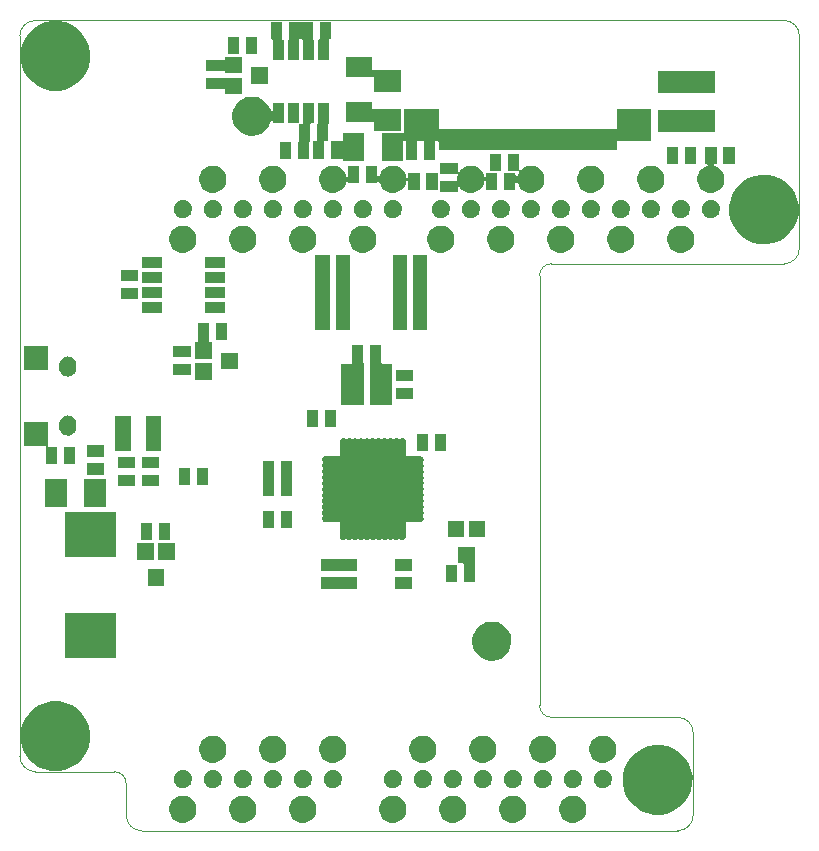
<source format=gbs>
G04 (created by PCBNEW (2013-05-31 BZR 4019)-stable) date 23/02/2014 19:03:20*
%MOIN*%
G04 Gerber Fmt 3.4, Leading zero omitted, Abs format*
%FSLAX34Y34*%
G01*
G70*
G90*
G04 APERTURE LIST*
%ADD10C,0.00590551*%
%ADD11C,0.000393701*%
G04 APERTURE END LIST*
G54D10*
G54D11*
X42173Y-51606D02*
X42173Y-27590D01*
X42173Y-27590D02*
G75*
G02X42685Y-27078I511J0D01*
G74*
G01*
X45716Y-52511D02*
X45716Y-53574D01*
X42685Y-52118D02*
X45322Y-52118D01*
X67645Y-27078D02*
X42685Y-27078D01*
X68157Y-34677D02*
X68157Y-27590D01*
X59889Y-35188D02*
X67645Y-35188D01*
X59496Y-49913D02*
X59496Y-35582D01*
X64102Y-50307D02*
X59889Y-50307D01*
X64614Y-53574D02*
X64614Y-50818D01*
X46228Y-54086D02*
X64102Y-54086D01*
X45322Y-52118D02*
G75*
G02X45716Y-52511I0J-393D01*
G74*
G01*
X42685Y-52118D02*
G75*
G02X42173Y-51606I0J511D01*
G74*
G01*
X67645Y-27078D02*
G75*
G02X68157Y-27590I0J-511D01*
G74*
G01*
X68157Y-34678D02*
G75*
G02X67645Y-35188I-511J0D01*
G74*
G01*
X59496Y-35581D02*
G75*
G02X59889Y-35188I393J0D01*
G74*
G01*
X59889Y-50307D02*
G75*
G02X59496Y-49913I0J393D01*
G74*
G01*
X64103Y-50307D02*
G75*
G02X64614Y-50818I0J-511D01*
G74*
G01*
X64614Y-53575D02*
G75*
G02X64102Y-54086I-511J0D01*
G74*
G01*
X46227Y-54086D02*
G75*
G02X45716Y-53574I0J511D01*
G74*
G01*
G54D10*
G36*
X43099Y-38733D02*
X42310Y-38733D01*
X42310Y-37944D01*
X43099Y-37944D01*
X43099Y-38733D01*
X43099Y-38733D01*
G37*
G36*
X43408Y-41879D02*
X43038Y-41879D01*
X43038Y-41299D01*
X43038Y-41283D01*
X43032Y-41269D01*
X43022Y-41258D01*
X43007Y-41252D01*
X42992Y-41252D01*
X42310Y-41252D01*
X42310Y-40463D01*
X43099Y-40463D01*
X43099Y-41263D01*
X43099Y-41278D01*
X43105Y-41292D01*
X43115Y-41303D01*
X43130Y-41309D01*
X43145Y-41309D01*
X43408Y-41309D01*
X43408Y-41879D01*
X43408Y-41879D01*
G37*
G36*
X43745Y-43294D02*
X43025Y-43294D01*
X43025Y-42374D01*
X43745Y-42374D01*
X43745Y-43294D01*
X43745Y-43294D01*
G37*
G36*
X44008Y-41879D02*
X43638Y-41879D01*
X43638Y-41309D01*
X44008Y-41309D01*
X44008Y-41879D01*
X44008Y-41879D01*
G37*
G36*
X44053Y-38657D02*
X44053Y-38662D01*
X44053Y-38668D01*
X44053Y-38668D01*
X44046Y-38724D01*
X44046Y-38724D01*
X44046Y-38725D01*
X44030Y-38777D01*
X44002Y-38826D01*
X43967Y-38868D01*
X43923Y-38904D01*
X43874Y-38929D01*
X43820Y-38945D01*
X43766Y-38950D01*
X43710Y-38944D01*
X43657Y-38928D01*
X43607Y-38901D01*
X43565Y-38866D01*
X43529Y-38823D01*
X43503Y-38774D01*
X43487Y-38720D01*
X43481Y-38657D01*
X43481Y-38570D01*
X43481Y-38566D01*
X43482Y-38559D01*
X43482Y-38559D01*
X43488Y-38503D01*
X43488Y-38503D01*
X43488Y-38503D01*
X43505Y-38451D01*
X43532Y-38401D01*
X43567Y-38359D01*
X43611Y-38324D01*
X43660Y-38298D01*
X43714Y-38282D01*
X43769Y-38277D01*
X43825Y-38283D01*
X43878Y-38299D01*
X43927Y-38326D01*
X43970Y-38361D01*
X44005Y-38405D01*
X44031Y-38454D01*
X44047Y-38507D01*
X44053Y-38570D01*
X44053Y-38657D01*
X44053Y-38657D01*
G37*
G36*
X44053Y-40626D02*
X44053Y-40630D01*
X44053Y-40637D01*
X44053Y-40637D01*
X44046Y-40692D01*
X44046Y-40692D01*
X44046Y-40693D01*
X44030Y-40745D01*
X44002Y-40795D01*
X43967Y-40837D01*
X43923Y-40872D01*
X43874Y-40898D01*
X43820Y-40914D01*
X43766Y-40919D01*
X43710Y-40913D01*
X43657Y-40896D01*
X43607Y-40870D01*
X43565Y-40834D01*
X43529Y-40791D01*
X43503Y-40742D01*
X43487Y-40689D01*
X43481Y-40626D01*
X43481Y-40539D01*
X43481Y-40534D01*
X43482Y-40528D01*
X43482Y-40527D01*
X43488Y-40472D01*
X43488Y-40472D01*
X43488Y-40471D01*
X43505Y-40419D01*
X43532Y-40370D01*
X43567Y-40328D01*
X43611Y-40292D01*
X43660Y-40267D01*
X43714Y-40251D01*
X43769Y-40246D01*
X43825Y-40252D01*
X43878Y-40268D01*
X43927Y-40295D01*
X43970Y-40330D01*
X44005Y-40373D01*
X44031Y-40422D01*
X44047Y-40476D01*
X44053Y-40539D01*
X44053Y-40626D01*
X44053Y-40626D01*
G37*
G36*
X44516Y-28148D02*
X44512Y-28403D01*
X44461Y-28631D01*
X44370Y-28833D01*
X44236Y-29024D01*
X44075Y-29177D01*
X43878Y-29303D01*
X43671Y-29383D01*
X43440Y-29423D01*
X43219Y-29419D01*
X42990Y-29369D01*
X42787Y-29280D01*
X42595Y-29146D01*
X42441Y-28987D01*
X42314Y-28790D01*
X42233Y-28584D01*
X42190Y-28354D01*
X42193Y-28133D01*
X42242Y-27903D01*
X42329Y-27700D01*
X42462Y-27506D01*
X42620Y-27352D01*
X42816Y-27223D01*
X43021Y-27140D01*
X43252Y-27096D01*
X43472Y-27098D01*
X43703Y-27145D01*
X43906Y-27231D01*
X44101Y-27362D01*
X44256Y-27519D01*
X44386Y-27715D01*
X44470Y-27918D01*
X44516Y-28148D01*
X44516Y-28148D01*
G37*
G36*
X44516Y-50825D02*
X44512Y-51080D01*
X44461Y-51308D01*
X44370Y-51511D01*
X44236Y-51701D01*
X44075Y-51855D01*
X43878Y-51980D01*
X43671Y-52060D01*
X43440Y-52101D01*
X43219Y-52096D01*
X42990Y-52046D01*
X42787Y-51957D01*
X42595Y-51823D01*
X42441Y-51664D01*
X42314Y-51467D01*
X42233Y-51261D01*
X42190Y-51031D01*
X42193Y-50810D01*
X42242Y-50580D01*
X42329Y-50377D01*
X42462Y-50183D01*
X42620Y-50029D01*
X42816Y-49900D01*
X43021Y-49818D01*
X43252Y-49774D01*
X43472Y-49775D01*
X43703Y-49822D01*
X43906Y-49908D01*
X44101Y-50039D01*
X44256Y-50196D01*
X44386Y-50392D01*
X44470Y-50595D01*
X44516Y-50825D01*
X44516Y-50825D01*
G37*
G36*
X44969Y-41617D02*
X44400Y-41617D01*
X44400Y-41247D01*
X44969Y-41247D01*
X44969Y-41617D01*
X44969Y-41617D01*
G37*
G36*
X44969Y-42217D02*
X44400Y-42217D01*
X44400Y-41847D01*
X44969Y-41847D01*
X44969Y-42217D01*
X44969Y-42217D01*
G37*
G36*
X45045Y-43294D02*
X44325Y-43294D01*
X44325Y-42374D01*
X45045Y-42374D01*
X45045Y-43294D01*
X45045Y-43294D01*
G37*
G36*
X45382Y-44953D02*
X43688Y-44953D01*
X43688Y-43455D01*
X45382Y-43455D01*
X45382Y-44953D01*
X45382Y-44953D01*
G37*
G36*
X45382Y-48339D02*
X43688Y-48339D01*
X43688Y-46841D01*
X45382Y-46841D01*
X45382Y-48339D01*
X45382Y-48339D01*
G37*
G36*
X45866Y-41416D02*
X45353Y-41416D01*
X45353Y-41088D01*
X45353Y-41073D01*
X45353Y-40993D01*
X45353Y-40978D01*
X45353Y-40714D01*
X45353Y-40699D01*
X45353Y-40619D01*
X45353Y-40604D01*
X45353Y-40276D01*
X45866Y-40276D01*
X45866Y-40604D01*
X45866Y-40619D01*
X45866Y-40699D01*
X45866Y-40714D01*
X45866Y-40978D01*
X45866Y-40993D01*
X45866Y-41073D01*
X45866Y-41088D01*
X45866Y-41416D01*
X45866Y-41416D01*
G37*
G36*
X46013Y-42010D02*
X45443Y-42010D01*
X45443Y-41641D01*
X46013Y-41641D01*
X46013Y-42010D01*
X46013Y-42010D01*
G37*
G36*
X46013Y-42610D02*
X45443Y-42610D01*
X45443Y-42241D01*
X46013Y-42241D01*
X46013Y-42610D01*
X46013Y-42610D01*
G37*
G36*
X46111Y-35770D02*
X45541Y-35770D01*
X45541Y-35401D01*
X46111Y-35401D01*
X46111Y-35770D01*
X46111Y-35770D01*
G37*
G36*
X46111Y-36370D02*
X45541Y-36370D01*
X45541Y-36001D01*
X46111Y-36001D01*
X46111Y-36370D01*
X46111Y-36370D01*
G37*
G36*
X46577Y-44398D02*
X46208Y-44398D01*
X46208Y-43829D01*
X46577Y-43829D01*
X46577Y-44398D01*
X46577Y-44398D01*
G37*
G36*
X46638Y-45059D02*
X46086Y-45059D01*
X46086Y-44507D01*
X46638Y-44507D01*
X46638Y-45059D01*
X46638Y-45059D01*
G37*
G36*
X46800Y-42010D02*
X46230Y-42010D01*
X46230Y-41641D01*
X46800Y-41641D01*
X46800Y-42010D01*
X46800Y-42010D01*
G37*
G36*
X46800Y-42610D02*
X46230Y-42610D01*
X46230Y-42241D01*
X46800Y-42241D01*
X46800Y-42610D01*
X46800Y-42610D01*
G37*
G36*
X46890Y-41416D02*
X46377Y-41416D01*
X46377Y-41088D01*
X46377Y-41073D01*
X46377Y-40993D01*
X46377Y-40978D01*
X46377Y-40714D01*
X46377Y-40699D01*
X46377Y-40619D01*
X46377Y-40604D01*
X46377Y-40276D01*
X46890Y-40276D01*
X46890Y-40604D01*
X46890Y-40619D01*
X46890Y-40699D01*
X46890Y-40714D01*
X46890Y-40978D01*
X46890Y-40993D01*
X46890Y-41073D01*
X46890Y-41088D01*
X46890Y-41416D01*
X46890Y-41416D01*
G37*
G36*
X46903Y-35333D02*
X46232Y-35333D01*
X46232Y-34977D01*
X46903Y-34977D01*
X46903Y-35333D01*
X46903Y-35333D01*
G37*
G36*
X46903Y-35833D02*
X46232Y-35833D01*
X46232Y-35477D01*
X46903Y-35477D01*
X46903Y-35833D01*
X46903Y-35833D01*
G37*
G36*
X46903Y-36333D02*
X46232Y-36333D01*
X46232Y-35977D01*
X46903Y-35977D01*
X46903Y-36333D01*
X46903Y-36333D01*
G37*
G36*
X46903Y-36833D02*
X46232Y-36833D01*
X46232Y-36477D01*
X46903Y-36477D01*
X46903Y-36833D01*
X46903Y-36833D01*
G37*
G36*
X46988Y-45925D02*
X46436Y-45925D01*
X46436Y-45373D01*
X46988Y-45373D01*
X46988Y-45925D01*
X46988Y-45925D01*
G37*
G36*
X47177Y-44398D02*
X46808Y-44398D01*
X46808Y-43829D01*
X47177Y-43829D01*
X47177Y-44398D01*
X47177Y-44398D01*
G37*
G36*
X47338Y-45059D02*
X46786Y-45059D01*
X46786Y-44507D01*
X47338Y-44507D01*
X47338Y-45059D01*
X47338Y-45059D01*
G37*
G36*
X47837Y-42568D02*
X47467Y-42568D01*
X47467Y-41998D01*
X47837Y-41998D01*
X47837Y-42568D01*
X47837Y-42568D01*
G37*
G36*
X47863Y-38310D02*
X47293Y-38310D01*
X47293Y-37940D01*
X47863Y-37940D01*
X47863Y-38310D01*
X47863Y-38310D01*
G37*
G36*
X47863Y-38910D02*
X47293Y-38910D01*
X47293Y-38540D01*
X47863Y-38540D01*
X47863Y-38910D01*
X47863Y-38910D01*
G37*
G36*
X47908Y-33342D02*
X47907Y-33405D01*
X47892Y-33469D01*
X47870Y-33519D01*
X47832Y-33572D01*
X47793Y-33610D01*
X47738Y-33645D01*
X47687Y-33664D01*
X47622Y-33676D01*
X47569Y-33675D01*
X47504Y-33661D01*
X47455Y-33639D01*
X47401Y-33601D01*
X47363Y-33563D01*
X47327Y-33507D01*
X47308Y-33457D01*
X47296Y-33392D01*
X47296Y-33339D01*
X47310Y-33274D01*
X47331Y-33225D01*
X47369Y-33170D01*
X47407Y-33133D01*
X47463Y-33096D01*
X47512Y-33076D01*
X47578Y-33064D01*
X47630Y-33064D01*
X47696Y-33077D01*
X47745Y-33098D01*
X47800Y-33135D01*
X47837Y-33173D01*
X47875Y-33229D01*
X47895Y-33277D01*
X47908Y-33342D01*
X47908Y-33342D01*
G37*
G36*
X47908Y-52342D02*
X47907Y-52405D01*
X47892Y-52469D01*
X47870Y-52519D01*
X47832Y-52572D01*
X47793Y-52610D01*
X47738Y-52645D01*
X47687Y-52664D01*
X47622Y-52676D01*
X47569Y-52675D01*
X47504Y-52661D01*
X47455Y-52639D01*
X47401Y-52601D01*
X47363Y-52563D01*
X47327Y-52507D01*
X47308Y-52457D01*
X47296Y-52392D01*
X47296Y-52339D01*
X47310Y-52274D01*
X47331Y-52225D01*
X47369Y-52170D01*
X47407Y-52133D01*
X47463Y-52096D01*
X47512Y-52076D01*
X47578Y-52064D01*
X47630Y-52064D01*
X47696Y-52077D01*
X47745Y-52098D01*
X47800Y-52135D01*
X47837Y-52173D01*
X47875Y-52229D01*
X47895Y-52277D01*
X47908Y-52342D01*
X47908Y-52342D01*
G37*
G36*
X48055Y-34328D02*
X48054Y-34424D01*
X48033Y-34516D01*
X47999Y-34592D01*
X47945Y-34669D01*
X47884Y-34727D01*
X47804Y-34777D01*
X47727Y-34807D01*
X47634Y-34824D01*
X47551Y-34822D01*
X47458Y-34802D01*
X47382Y-34769D01*
X47304Y-34714D01*
X47247Y-34655D01*
X47195Y-34575D01*
X47165Y-34498D01*
X47148Y-34404D01*
X47149Y-34322D01*
X47169Y-34229D01*
X47201Y-34153D01*
X47255Y-34074D01*
X47314Y-34017D01*
X47394Y-33964D01*
X47470Y-33934D01*
X47564Y-33916D01*
X47646Y-33916D01*
X47740Y-33936D01*
X47815Y-33967D01*
X47895Y-34021D01*
X47952Y-34079D01*
X48006Y-34159D01*
X48037Y-34234D01*
X48055Y-34328D01*
X48055Y-34328D01*
G37*
G36*
X48055Y-53328D02*
X48054Y-53424D01*
X48033Y-53516D01*
X47999Y-53592D01*
X47945Y-53669D01*
X47884Y-53727D01*
X47804Y-53777D01*
X47727Y-53807D01*
X47634Y-53824D01*
X47551Y-53822D01*
X47458Y-53802D01*
X47382Y-53769D01*
X47304Y-53714D01*
X47247Y-53655D01*
X47195Y-53575D01*
X47165Y-53498D01*
X47148Y-53404D01*
X47149Y-53322D01*
X47169Y-53229D01*
X47201Y-53153D01*
X47255Y-53074D01*
X47314Y-53017D01*
X47394Y-52964D01*
X47470Y-52934D01*
X47564Y-52916D01*
X47646Y-52916D01*
X47740Y-52936D01*
X47815Y-52967D01*
X47895Y-53021D01*
X47952Y-53079D01*
X48006Y-53159D01*
X48037Y-53234D01*
X48055Y-53328D01*
X48055Y-53328D01*
G37*
G36*
X48437Y-42568D02*
X48067Y-42568D01*
X48067Y-41998D01*
X48437Y-41998D01*
X48437Y-42568D01*
X48437Y-42568D01*
G37*
G36*
X48563Y-38351D02*
X48011Y-38351D01*
X48011Y-37798D01*
X48071Y-37798D01*
X48086Y-37798D01*
X48100Y-37792D01*
X48111Y-37782D01*
X48117Y-37767D01*
X48117Y-37752D01*
X48117Y-37175D01*
X48487Y-37175D01*
X48487Y-37752D01*
X48487Y-37767D01*
X48493Y-37782D01*
X48503Y-37792D01*
X48518Y-37798D01*
X48533Y-37798D01*
X48563Y-37798D01*
X48563Y-38351D01*
X48563Y-38351D01*
G37*
G36*
X48563Y-39051D02*
X48011Y-39051D01*
X48011Y-38498D01*
X48563Y-38498D01*
X48563Y-39051D01*
X48563Y-39051D01*
G37*
G36*
X48908Y-33342D02*
X48907Y-33405D01*
X48892Y-33469D01*
X48870Y-33519D01*
X48832Y-33572D01*
X48793Y-33610D01*
X48738Y-33645D01*
X48687Y-33664D01*
X48622Y-33676D01*
X48569Y-33675D01*
X48504Y-33661D01*
X48455Y-33639D01*
X48401Y-33601D01*
X48363Y-33563D01*
X48327Y-33507D01*
X48308Y-33457D01*
X48296Y-33392D01*
X48296Y-33339D01*
X48310Y-33274D01*
X48331Y-33225D01*
X48369Y-33170D01*
X48407Y-33133D01*
X48463Y-33096D01*
X48512Y-33076D01*
X48578Y-33064D01*
X48630Y-33064D01*
X48696Y-33077D01*
X48745Y-33098D01*
X48800Y-33135D01*
X48837Y-33173D01*
X48875Y-33229D01*
X48895Y-33277D01*
X48908Y-33342D01*
X48908Y-33342D01*
G37*
G36*
X48908Y-52342D02*
X48907Y-52405D01*
X48892Y-52469D01*
X48870Y-52519D01*
X48832Y-52572D01*
X48793Y-52610D01*
X48738Y-52645D01*
X48687Y-52664D01*
X48622Y-52676D01*
X48569Y-52675D01*
X48504Y-52661D01*
X48455Y-52639D01*
X48401Y-52601D01*
X48363Y-52563D01*
X48327Y-52507D01*
X48308Y-52457D01*
X48296Y-52392D01*
X48296Y-52339D01*
X48310Y-52274D01*
X48331Y-52225D01*
X48369Y-52170D01*
X48407Y-52133D01*
X48463Y-52096D01*
X48512Y-52076D01*
X48578Y-52064D01*
X48630Y-52064D01*
X48696Y-52077D01*
X48745Y-52098D01*
X48800Y-52135D01*
X48837Y-52173D01*
X48875Y-52229D01*
X48895Y-52277D01*
X48908Y-52342D01*
X48908Y-52342D01*
G37*
G36*
X49003Y-35333D02*
X48332Y-35333D01*
X48332Y-34977D01*
X49003Y-34977D01*
X49003Y-35333D01*
X49003Y-35333D01*
G37*
G36*
X49003Y-35833D02*
X48332Y-35833D01*
X48332Y-35477D01*
X49003Y-35477D01*
X49003Y-35833D01*
X49003Y-35833D01*
G37*
G36*
X49003Y-36333D02*
X48332Y-36333D01*
X48332Y-35977D01*
X49003Y-35977D01*
X49003Y-36333D01*
X49003Y-36333D01*
G37*
G36*
X49003Y-36833D02*
X48332Y-36833D01*
X48332Y-36477D01*
X49003Y-36477D01*
X49003Y-36833D01*
X49003Y-36833D01*
G37*
G36*
X49055Y-32328D02*
X49054Y-32424D01*
X49033Y-32516D01*
X48999Y-32592D01*
X48945Y-32669D01*
X48884Y-32727D01*
X48804Y-32777D01*
X48727Y-32807D01*
X48634Y-32824D01*
X48551Y-32822D01*
X48458Y-32802D01*
X48382Y-32769D01*
X48304Y-32714D01*
X48247Y-32655D01*
X48195Y-32575D01*
X48165Y-32498D01*
X48148Y-32404D01*
X48149Y-32322D01*
X48169Y-32229D01*
X48201Y-32153D01*
X48255Y-32074D01*
X48314Y-32017D01*
X48394Y-31964D01*
X48470Y-31934D01*
X48564Y-31916D01*
X48646Y-31916D01*
X48740Y-31936D01*
X48815Y-31967D01*
X48895Y-32021D01*
X48952Y-32079D01*
X49006Y-32159D01*
X49037Y-32234D01*
X49055Y-32328D01*
X49055Y-32328D01*
G37*
G36*
X49055Y-51328D02*
X49054Y-51424D01*
X49033Y-51516D01*
X48999Y-51592D01*
X48945Y-51669D01*
X48884Y-51727D01*
X48804Y-51777D01*
X48727Y-51807D01*
X48634Y-51824D01*
X48551Y-51822D01*
X48458Y-51802D01*
X48382Y-51769D01*
X48304Y-51714D01*
X48247Y-51655D01*
X48195Y-51575D01*
X48165Y-51498D01*
X48148Y-51404D01*
X48149Y-51322D01*
X48169Y-51229D01*
X48201Y-51153D01*
X48255Y-51074D01*
X48314Y-51017D01*
X48394Y-50964D01*
X48470Y-50934D01*
X48564Y-50916D01*
X48646Y-50916D01*
X48740Y-50936D01*
X48815Y-50967D01*
X48895Y-51021D01*
X48952Y-51079D01*
X49006Y-51159D01*
X49037Y-51234D01*
X49055Y-51328D01*
X49055Y-51328D01*
G37*
G36*
X49087Y-37745D02*
X48717Y-37745D01*
X48717Y-37175D01*
X49087Y-37175D01*
X49087Y-37745D01*
X49087Y-37745D01*
G37*
G36*
X49429Y-38701D02*
X48877Y-38701D01*
X48877Y-38148D01*
X49429Y-38148D01*
X49429Y-38701D01*
X49429Y-38701D01*
G37*
G36*
X49471Y-28198D02*
X49101Y-28198D01*
X49101Y-27628D01*
X49471Y-27628D01*
X49471Y-28198D01*
X49471Y-28198D01*
G37*
G36*
X49567Y-28843D02*
X49014Y-28843D01*
X49014Y-28809D01*
X49014Y-28793D01*
X49009Y-28779D01*
X48998Y-28768D01*
X48984Y-28762D01*
X48968Y-28762D01*
X48376Y-28762D01*
X48376Y-28393D01*
X48968Y-28393D01*
X48984Y-28393D01*
X48998Y-28387D01*
X49009Y-28376D01*
X49014Y-28362D01*
X49014Y-28346D01*
X49014Y-28290D01*
X49567Y-28290D01*
X49567Y-28843D01*
X49567Y-28843D01*
G37*
G36*
X49567Y-29543D02*
X49014Y-29543D01*
X49014Y-29409D01*
X49014Y-29393D01*
X49009Y-29379D01*
X48998Y-29368D01*
X48984Y-29362D01*
X48968Y-29362D01*
X48376Y-29362D01*
X48376Y-28993D01*
X48968Y-28993D01*
X48984Y-28993D01*
X48989Y-28990D01*
X49567Y-28990D01*
X49567Y-29543D01*
X49567Y-29543D01*
G37*
G36*
X49908Y-33342D02*
X49907Y-33405D01*
X49892Y-33469D01*
X49870Y-33519D01*
X49832Y-33572D01*
X49793Y-33610D01*
X49738Y-33645D01*
X49687Y-33664D01*
X49622Y-33676D01*
X49569Y-33675D01*
X49504Y-33661D01*
X49455Y-33639D01*
X49401Y-33601D01*
X49363Y-33563D01*
X49327Y-33507D01*
X49308Y-33457D01*
X49296Y-33392D01*
X49296Y-33339D01*
X49310Y-33274D01*
X49331Y-33225D01*
X49369Y-33170D01*
X49407Y-33133D01*
X49463Y-33096D01*
X49512Y-33076D01*
X49578Y-33064D01*
X49630Y-33064D01*
X49696Y-33077D01*
X49745Y-33098D01*
X49800Y-33135D01*
X49837Y-33173D01*
X49875Y-33229D01*
X49895Y-33277D01*
X49908Y-33342D01*
X49908Y-33342D01*
G37*
G36*
X49908Y-52342D02*
X49907Y-52405D01*
X49892Y-52469D01*
X49870Y-52519D01*
X49832Y-52572D01*
X49793Y-52610D01*
X49738Y-52645D01*
X49687Y-52664D01*
X49622Y-52676D01*
X49569Y-52675D01*
X49504Y-52661D01*
X49455Y-52639D01*
X49401Y-52601D01*
X49363Y-52563D01*
X49327Y-52507D01*
X49308Y-52457D01*
X49296Y-52392D01*
X49296Y-52339D01*
X49310Y-52274D01*
X49331Y-52225D01*
X49369Y-52170D01*
X49407Y-52133D01*
X49463Y-52096D01*
X49512Y-52076D01*
X49578Y-52064D01*
X49630Y-52064D01*
X49696Y-52077D01*
X49745Y-52098D01*
X49800Y-52135D01*
X49837Y-52173D01*
X49875Y-52229D01*
X49895Y-52277D01*
X49908Y-52342D01*
X49908Y-52342D01*
G37*
G36*
X50055Y-34328D02*
X50054Y-34424D01*
X50033Y-34516D01*
X49999Y-34592D01*
X49945Y-34669D01*
X49884Y-34727D01*
X49804Y-34777D01*
X49727Y-34807D01*
X49634Y-34824D01*
X49551Y-34822D01*
X49458Y-34802D01*
X49382Y-34769D01*
X49304Y-34714D01*
X49247Y-34655D01*
X49195Y-34575D01*
X49165Y-34498D01*
X49148Y-34404D01*
X49149Y-34322D01*
X49169Y-34229D01*
X49201Y-34153D01*
X49255Y-34074D01*
X49314Y-34017D01*
X49394Y-33964D01*
X49470Y-33934D01*
X49564Y-33916D01*
X49646Y-33916D01*
X49740Y-33936D01*
X49815Y-33967D01*
X49895Y-34021D01*
X49952Y-34079D01*
X50006Y-34159D01*
X50037Y-34234D01*
X50055Y-34328D01*
X50055Y-34328D01*
G37*
G36*
X50055Y-53328D02*
X50054Y-53424D01*
X50033Y-53516D01*
X49999Y-53592D01*
X49945Y-53669D01*
X49884Y-53727D01*
X49804Y-53777D01*
X49727Y-53807D01*
X49634Y-53824D01*
X49551Y-53822D01*
X49458Y-53802D01*
X49382Y-53769D01*
X49304Y-53714D01*
X49247Y-53655D01*
X49195Y-53575D01*
X49165Y-53498D01*
X49148Y-53404D01*
X49149Y-53322D01*
X49169Y-53229D01*
X49201Y-53153D01*
X49255Y-53074D01*
X49314Y-53017D01*
X49394Y-52964D01*
X49470Y-52934D01*
X49564Y-52916D01*
X49646Y-52916D01*
X49740Y-52936D01*
X49815Y-52967D01*
X49895Y-53021D01*
X49952Y-53079D01*
X50006Y-53159D01*
X50037Y-53234D01*
X50055Y-53328D01*
X50055Y-53328D01*
G37*
G36*
X50071Y-28198D02*
X49701Y-28198D01*
X49701Y-27628D01*
X50071Y-27628D01*
X50071Y-28198D01*
X50071Y-28198D01*
G37*
G36*
X50433Y-29193D02*
X49881Y-29193D01*
X49881Y-28640D01*
X50433Y-28640D01*
X50433Y-29193D01*
X50433Y-29193D01*
G37*
G36*
X50632Y-42942D02*
X50263Y-42942D01*
X50263Y-42378D01*
X50263Y-42362D01*
X50263Y-42341D01*
X50263Y-42326D01*
X50263Y-41762D01*
X50632Y-41762D01*
X50632Y-42326D01*
X50632Y-42341D01*
X50632Y-42362D01*
X50632Y-42378D01*
X50632Y-42942D01*
X50632Y-42942D01*
G37*
G36*
X50632Y-44005D02*
X50263Y-44005D01*
X50263Y-43435D01*
X50632Y-43435D01*
X50632Y-44005D01*
X50632Y-44005D01*
G37*
G36*
X50908Y-33342D02*
X50907Y-33405D01*
X50892Y-33469D01*
X50870Y-33519D01*
X50832Y-33572D01*
X50793Y-33610D01*
X50738Y-33645D01*
X50687Y-33664D01*
X50622Y-33676D01*
X50569Y-33675D01*
X50504Y-33661D01*
X50455Y-33639D01*
X50401Y-33601D01*
X50363Y-33563D01*
X50327Y-33507D01*
X50308Y-33457D01*
X50296Y-33392D01*
X50296Y-33339D01*
X50310Y-33274D01*
X50331Y-33225D01*
X50369Y-33170D01*
X50407Y-33133D01*
X50463Y-33096D01*
X50512Y-33076D01*
X50578Y-33064D01*
X50630Y-33064D01*
X50696Y-33077D01*
X50745Y-33098D01*
X50800Y-33135D01*
X50837Y-33173D01*
X50875Y-33229D01*
X50895Y-33277D01*
X50908Y-33342D01*
X50908Y-33342D01*
G37*
G36*
X50908Y-52342D02*
X50907Y-52405D01*
X50892Y-52469D01*
X50870Y-52519D01*
X50832Y-52572D01*
X50793Y-52610D01*
X50738Y-52645D01*
X50687Y-52664D01*
X50622Y-52676D01*
X50569Y-52675D01*
X50504Y-52661D01*
X50455Y-52639D01*
X50401Y-52601D01*
X50363Y-52563D01*
X50327Y-52507D01*
X50308Y-52457D01*
X50296Y-52392D01*
X50296Y-52339D01*
X50310Y-52274D01*
X50331Y-52225D01*
X50369Y-52170D01*
X50407Y-52133D01*
X50463Y-52096D01*
X50512Y-52076D01*
X50578Y-52064D01*
X50630Y-52064D01*
X50696Y-52077D01*
X50745Y-52098D01*
X50800Y-52135D01*
X50837Y-52173D01*
X50875Y-52229D01*
X50895Y-52277D01*
X50908Y-52342D01*
X50908Y-52342D01*
G37*
G36*
X50963Y-28399D02*
X50607Y-28399D01*
X50607Y-27752D01*
X50607Y-27737D01*
X50601Y-27722D01*
X50590Y-27711D01*
X50576Y-27706D01*
X50561Y-27706D01*
X50538Y-27706D01*
X50538Y-27136D01*
X50908Y-27136D01*
X50908Y-27682D01*
X50908Y-27697D01*
X50914Y-27712D01*
X50925Y-27722D01*
X50939Y-27728D01*
X50954Y-27728D01*
X50963Y-27728D01*
X50963Y-28399D01*
X50963Y-28399D01*
G37*
G36*
X50963Y-30499D02*
X50607Y-30499D01*
X50607Y-30464D01*
X50607Y-30449D01*
X50601Y-30435D01*
X50590Y-30424D01*
X50576Y-30418D01*
X50561Y-30418D01*
X50547Y-30424D01*
X50536Y-30435D01*
X50530Y-30449D01*
X50524Y-30476D01*
X50474Y-30587D01*
X50397Y-30696D01*
X50309Y-30780D01*
X50197Y-30851D01*
X50084Y-30895D01*
X49952Y-30919D01*
X49831Y-30916D01*
X49700Y-30887D01*
X49589Y-30839D01*
X49479Y-30762D01*
X49395Y-30675D01*
X49323Y-30563D01*
X49278Y-30450D01*
X49254Y-30319D01*
X49256Y-30198D01*
X49284Y-30067D01*
X49331Y-29956D01*
X49407Y-29845D01*
X49493Y-29760D01*
X49606Y-29687D01*
X49717Y-29642D01*
X49849Y-29616D01*
X49970Y-29617D01*
X50102Y-29644D01*
X50212Y-29691D01*
X50324Y-29766D01*
X50409Y-29852D01*
X50483Y-29964D01*
X50529Y-30075D01*
X50530Y-30079D01*
X50536Y-30093D01*
X50547Y-30104D01*
X50561Y-30109D01*
X50576Y-30109D01*
X50590Y-30104D01*
X50601Y-30093D01*
X50607Y-30079D01*
X50607Y-30063D01*
X50607Y-29828D01*
X50963Y-29828D01*
X50963Y-30499D01*
X50963Y-30499D01*
G37*
G36*
X51055Y-32328D02*
X51054Y-32424D01*
X51033Y-32516D01*
X50999Y-32592D01*
X50945Y-32669D01*
X50884Y-32727D01*
X50804Y-32777D01*
X50727Y-32807D01*
X50634Y-32824D01*
X50551Y-32822D01*
X50458Y-32802D01*
X50382Y-32769D01*
X50304Y-32714D01*
X50247Y-32655D01*
X50195Y-32575D01*
X50165Y-32498D01*
X50148Y-32404D01*
X50149Y-32322D01*
X50169Y-32229D01*
X50201Y-32153D01*
X50255Y-32074D01*
X50314Y-32017D01*
X50394Y-31964D01*
X50470Y-31934D01*
X50564Y-31916D01*
X50646Y-31916D01*
X50740Y-31936D01*
X50815Y-31967D01*
X50895Y-32021D01*
X50952Y-32079D01*
X51006Y-32159D01*
X51037Y-32234D01*
X51055Y-32328D01*
X51055Y-32328D01*
G37*
G36*
X51055Y-51328D02*
X51054Y-51424D01*
X51033Y-51516D01*
X50999Y-51592D01*
X50945Y-51669D01*
X50884Y-51727D01*
X50804Y-51777D01*
X50727Y-51807D01*
X50634Y-51824D01*
X50551Y-51822D01*
X50458Y-51802D01*
X50382Y-51769D01*
X50304Y-51714D01*
X50247Y-51655D01*
X50195Y-51575D01*
X50165Y-51498D01*
X50148Y-51404D01*
X50149Y-51322D01*
X50169Y-51229D01*
X50201Y-51153D01*
X50255Y-51074D01*
X50314Y-51017D01*
X50394Y-50964D01*
X50470Y-50934D01*
X50564Y-50916D01*
X50646Y-50916D01*
X50740Y-50936D01*
X50815Y-50967D01*
X50895Y-51021D01*
X50952Y-51079D01*
X51006Y-51159D01*
X51037Y-51234D01*
X51055Y-51328D01*
X51055Y-51328D01*
G37*
G36*
X51223Y-31702D02*
X50853Y-31702D01*
X50853Y-31132D01*
X51223Y-31132D01*
X51223Y-31702D01*
X51223Y-31702D01*
G37*
G36*
X51232Y-42942D02*
X50863Y-42942D01*
X50863Y-42378D01*
X50863Y-42362D01*
X50863Y-42341D01*
X50863Y-42326D01*
X50863Y-41762D01*
X51232Y-41762D01*
X51232Y-42326D01*
X51232Y-42341D01*
X51232Y-42362D01*
X51232Y-42378D01*
X51232Y-42942D01*
X51232Y-42942D01*
G37*
G36*
X51232Y-44005D02*
X50863Y-44005D01*
X50863Y-43435D01*
X51232Y-43435D01*
X51232Y-44005D01*
X51232Y-44005D01*
G37*
G36*
X51908Y-33342D02*
X51907Y-33405D01*
X51892Y-33469D01*
X51870Y-33519D01*
X51832Y-33572D01*
X51793Y-33610D01*
X51738Y-33645D01*
X51687Y-33664D01*
X51622Y-33676D01*
X51569Y-33675D01*
X51504Y-33661D01*
X51455Y-33639D01*
X51401Y-33601D01*
X51363Y-33563D01*
X51327Y-33507D01*
X51308Y-33457D01*
X51296Y-33392D01*
X51296Y-33339D01*
X51310Y-33274D01*
X51331Y-33225D01*
X51369Y-33170D01*
X51407Y-33133D01*
X51463Y-33096D01*
X51512Y-33076D01*
X51578Y-33064D01*
X51630Y-33064D01*
X51696Y-33077D01*
X51745Y-33098D01*
X51800Y-33135D01*
X51837Y-33173D01*
X51875Y-33229D01*
X51895Y-33277D01*
X51908Y-33342D01*
X51908Y-33342D01*
G37*
G36*
X51908Y-52342D02*
X51907Y-52405D01*
X51892Y-52469D01*
X51870Y-52519D01*
X51832Y-52572D01*
X51793Y-52610D01*
X51738Y-52645D01*
X51687Y-52664D01*
X51622Y-52676D01*
X51569Y-52675D01*
X51504Y-52661D01*
X51455Y-52639D01*
X51401Y-52601D01*
X51363Y-52563D01*
X51327Y-52507D01*
X51308Y-52457D01*
X51296Y-52392D01*
X51296Y-52339D01*
X51310Y-52274D01*
X51331Y-52225D01*
X51369Y-52170D01*
X51407Y-52133D01*
X51463Y-52096D01*
X51512Y-52076D01*
X51578Y-52064D01*
X51630Y-52064D01*
X51696Y-52077D01*
X51745Y-52098D01*
X51800Y-52135D01*
X51837Y-52173D01*
X51875Y-52229D01*
X51895Y-52277D01*
X51908Y-52342D01*
X51908Y-52342D01*
G37*
G36*
X51963Y-28399D02*
X51607Y-28399D01*
X51607Y-27752D01*
X51607Y-27737D01*
X51601Y-27722D01*
X51590Y-27711D01*
X51576Y-27706D01*
X51561Y-27706D01*
X51554Y-27706D01*
X51539Y-27706D01*
X51531Y-27706D01*
X51516Y-27706D01*
X51509Y-27706D01*
X51494Y-27706D01*
X51479Y-27711D01*
X51469Y-27722D01*
X51463Y-27737D01*
X51463Y-27752D01*
X51463Y-28399D01*
X51107Y-28399D01*
X51107Y-27728D01*
X51107Y-27728D01*
X51122Y-27722D01*
X51132Y-27712D01*
X51138Y-27697D01*
X51138Y-27682D01*
X51138Y-27136D01*
X51516Y-27136D01*
X51531Y-27136D01*
X51539Y-27136D01*
X51554Y-27136D01*
X51932Y-27136D01*
X51932Y-27682D01*
X51932Y-27697D01*
X51937Y-27712D01*
X51948Y-27722D01*
X51962Y-27728D01*
X51963Y-27728D01*
X51963Y-28399D01*
X51963Y-28399D01*
G37*
G36*
X51963Y-30499D02*
X51899Y-30499D01*
X51884Y-30499D01*
X51870Y-30505D01*
X51859Y-30516D01*
X51853Y-30530D01*
X51853Y-30545D01*
X51853Y-31092D01*
X51840Y-31097D01*
X51829Y-31108D01*
X51823Y-31122D01*
X51823Y-31138D01*
X51823Y-31702D01*
X51453Y-31702D01*
X51453Y-31132D01*
X51466Y-31126D01*
X51477Y-31115D01*
X51483Y-31101D01*
X51483Y-31086D01*
X51483Y-30545D01*
X51483Y-30530D01*
X51477Y-30516D01*
X51466Y-30505D01*
X51452Y-30499D01*
X51437Y-30499D01*
X51107Y-30499D01*
X51107Y-29828D01*
X51463Y-29828D01*
X51463Y-30475D01*
X51463Y-30491D01*
X51469Y-30505D01*
X51479Y-30516D01*
X51494Y-30522D01*
X51509Y-30522D01*
X51561Y-30522D01*
X51576Y-30522D01*
X51590Y-30516D01*
X51601Y-30505D01*
X51607Y-30491D01*
X51607Y-30475D01*
X51607Y-29828D01*
X51963Y-29828D01*
X51963Y-30499D01*
X51963Y-30499D01*
G37*
G36*
X52055Y-34328D02*
X52054Y-34424D01*
X52033Y-34516D01*
X51999Y-34592D01*
X51945Y-34669D01*
X51884Y-34727D01*
X51804Y-34777D01*
X51727Y-34807D01*
X51634Y-34824D01*
X51551Y-34822D01*
X51458Y-34802D01*
X51382Y-34769D01*
X51304Y-34714D01*
X51247Y-34655D01*
X51195Y-34575D01*
X51165Y-34498D01*
X51148Y-34404D01*
X51149Y-34322D01*
X51169Y-34229D01*
X51201Y-34153D01*
X51255Y-34074D01*
X51314Y-34017D01*
X51394Y-33964D01*
X51470Y-33934D01*
X51564Y-33916D01*
X51646Y-33916D01*
X51740Y-33936D01*
X51815Y-33967D01*
X51895Y-34021D01*
X51952Y-34079D01*
X52006Y-34159D01*
X52037Y-34234D01*
X52055Y-34328D01*
X52055Y-34328D01*
G37*
G36*
X52055Y-53328D02*
X52054Y-53424D01*
X52033Y-53516D01*
X51999Y-53592D01*
X51945Y-53669D01*
X51884Y-53727D01*
X51804Y-53777D01*
X51727Y-53807D01*
X51634Y-53824D01*
X51551Y-53822D01*
X51458Y-53802D01*
X51382Y-53769D01*
X51304Y-53714D01*
X51247Y-53655D01*
X51195Y-53575D01*
X51165Y-53498D01*
X51148Y-53404D01*
X51149Y-53322D01*
X51169Y-53229D01*
X51201Y-53153D01*
X51255Y-53074D01*
X51314Y-53017D01*
X51394Y-52964D01*
X51470Y-52934D01*
X51564Y-52916D01*
X51646Y-52916D01*
X51740Y-52936D01*
X51815Y-52967D01*
X51895Y-53021D01*
X51952Y-53079D01*
X52006Y-53159D01*
X52037Y-53234D01*
X52055Y-53328D01*
X52055Y-53328D01*
G37*
G36*
X52109Y-40639D02*
X51739Y-40639D01*
X51739Y-40069D01*
X52109Y-40069D01*
X52109Y-40639D01*
X52109Y-40639D01*
G37*
G36*
X52463Y-30512D02*
X52459Y-30516D01*
X52453Y-30530D01*
X52453Y-30545D01*
X52453Y-31091D01*
X52352Y-31091D01*
X52337Y-31091D01*
X52322Y-31097D01*
X52311Y-31108D01*
X52306Y-31122D01*
X52306Y-31138D01*
X52306Y-31682D01*
X51936Y-31682D01*
X51936Y-31112D01*
X52037Y-31112D01*
X52052Y-31112D01*
X52066Y-31106D01*
X52077Y-31096D01*
X52083Y-31081D01*
X52083Y-31066D01*
X52083Y-30519D01*
X52090Y-30516D01*
X52101Y-30505D01*
X52107Y-30491D01*
X52107Y-30475D01*
X52107Y-29828D01*
X52463Y-29828D01*
X52463Y-30512D01*
X52463Y-30512D01*
G37*
G36*
X52500Y-37392D02*
X52026Y-37392D01*
X52026Y-37123D01*
X52026Y-37108D01*
X52026Y-37064D01*
X52026Y-37049D01*
X52026Y-36808D01*
X52026Y-36793D01*
X52026Y-36749D01*
X52026Y-36734D01*
X52026Y-36493D01*
X52026Y-36478D01*
X52026Y-36434D01*
X52026Y-36419D01*
X52026Y-36178D01*
X52026Y-36163D01*
X52026Y-36119D01*
X52026Y-36104D01*
X52026Y-35863D01*
X52026Y-35848D01*
X52026Y-35804D01*
X52026Y-35789D01*
X52026Y-35549D01*
X52026Y-35533D01*
X52026Y-35489D01*
X52026Y-35474D01*
X52026Y-35234D01*
X52026Y-35218D01*
X52026Y-35175D01*
X52026Y-35159D01*
X52026Y-34890D01*
X52500Y-34890D01*
X52500Y-35159D01*
X52500Y-35175D01*
X52500Y-35218D01*
X52500Y-35234D01*
X52500Y-35474D01*
X52500Y-35489D01*
X52500Y-35533D01*
X52500Y-35549D01*
X52500Y-35789D01*
X52500Y-35804D01*
X52500Y-35848D01*
X52500Y-35863D01*
X52500Y-36104D01*
X52500Y-36119D01*
X52500Y-36163D01*
X52500Y-36178D01*
X52500Y-36419D01*
X52500Y-36434D01*
X52500Y-36478D01*
X52500Y-36493D01*
X52500Y-36734D01*
X52500Y-36749D01*
X52500Y-36793D01*
X52500Y-36808D01*
X52500Y-37049D01*
X52500Y-37064D01*
X52500Y-37108D01*
X52500Y-37123D01*
X52500Y-37392D01*
X52500Y-37392D01*
G37*
G36*
X52532Y-27706D02*
X52509Y-27706D01*
X52494Y-27706D01*
X52479Y-27711D01*
X52469Y-27722D01*
X52463Y-27737D01*
X52463Y-27752D01*
X52463Y-28399D01*
X52107Y-28399D01*
X52107Y-27728D01*
X52116Y-27728D01*
X52131Y-27728D01*
X52145Y-27722D01*
X52156Y-27712D01*
X52162Y-27697D01*
X52162Y-27682D01*
X52162Y-27136D01*
X52532Y-27136D01*
X52532Y-27706D01*
X52532Y-27706D01*
G37*
G36*
X52709Y-40639D02*
X52339Y-40639D01*
X52339Y-40069D01*
X52709Y-40069D01*
X52709Y-40639D01*
X52709Y-40639D01*
G37*
G36*
X52908Y-33342D02*
X52907Y-33405D01*
X52892Y-33469D01*
X52870Y-33519D01*
X52832Y-33572D01*
X52793Y-33610D01*
X52738Y-33645D01*
X52687Y-33664D01*
X52622Y-33676D01*
X52569Y-33675D01*
X52504Y-33661D01*
X52455Y-33639D01*
X52401Y-33601D01*
X52363Y-33563D01*
X52327Y-33507D01*
X52308Y-33457D01*
X52296Y-33392D01*
X52296Y-33339D01*
X52310Y-33274D01*
X52331Y-33225D01*
X52369Y-33170D01*
X52407Y-33133D01*
X52463Y-33096D01*
X52512Y-33076D01*
X52578Y-33064D01*
X52630Y-33064D01*
X52696Y-33077D01*
X52745Y-33098D01*
X52800Y-33135D01*
X52837Y-33173D01*
X52875Y-33229D01*
X52895Y-33277D01*
X52908Y-33342D01*
X52908Y-33342D01*
G37*
G36*
X52908Y-52342D02*
X52907Y-52405D01*
X52892Y-52469D01*
X52870Y-52519D01*
X52832Y-52572D01*
X52793Y-52610D01*
X52738Y-52645D01*
X52687Y-52664D01*
X52622Y-52676D01*
X52569Y-52675D01*
X52504Y-52661D01*
X52455Y-52639D01*
X52401Y-52601D01*
X52363Y-52563D01*
X52327Y-52507D01*
X52308Y-52457D01*
X52296Y-52392D01*
X52296Y-52339D01*
X52310Y-52274D01*
X52331Y-52225D01*
X52369Y-52170D01*
X52407Y-52133D01*
X52463Y-52096D01*
X52512Y-52076D01*
X52578Y-52064D01*
X52630Y-52064D01*
X52696Y-52077D01*
X52745Y-52098D01*
X52800Y-52135D01*
X52837Y-52173D01*
X52875Y-52229D01*
X52895Y-52277D01*
X52908Y-52342D01*
X52908Y-52342D01*
G37*
G36*
X53055Y-51328D02*
X53054Y-51424D01*
X53033Y-51516D01*
X52999Y-51592D01*
X52945Y-51669D01*
X52884Y-51727D01*
X52804Y-51777D01*
X52727Y-51807D01*
X52634Y-51824D01*
X52551Y-51822D01*
X52458Y-51802D01*
X52382Y-51769D01*
X52304Y-51714D01*
X52247Y-51655D01*
X52195Y-51575D01*
X52165Y-51498D01*
X52148Y-51404D01*
X52149Y-51322D01*
X52169Y-51229D01*
X52201Y-51153D01*
X52255Y-51074D01*
X52314Y-51017D01*
X52394Y-50964D01*
X52470Y-50934D01*
X52564Y-50916D01*
X52646Y-50916D01*
X52740Y-50936D01*
X52815Y-50967D01*
X52895Y-51021D01*
X52952Y-51079D01*
X53006Y-51159D01*
X53037Y-51234D01*
X53055Y-51328D01*
X53055Y-51328D01*
G37*
G36*
X53170Y-37392D02*
X52696Y-37392D01*
X52696Y-37123D01*
X52696Y-37108D01*
X52696Y-37064D01*
X52696Y-37049D01*
X52696Y-36808D01*
X52696Y-36793D01*
X52696Y-36749D01*
X52696Y-36734D01*
X52696Y-36493D01*
X52696Y-36478D01*
X52696Y-36434D01*
X52696Y-36419D01*
X52696Y-36178D01*
X52696Y-36163D01*
X52696Y-36119D01*
X52696Y-36104D01*
X52696Y-35863D01*
X52696Y-35848D01*
X52696Y-35804D01*
X52696Y-35789D01*
X52696Y-35549D01*
X52696Y-35533D01*
X52696Y-35489D01*
X52696Y-35474D01*
X52696Y-35234D01*
X52696Y-35218D01*
X52696Y-35175D01*
X52696Y-35159D01*
X52696Y-34890D01*
X53170Y-34890D01*
X53170Y-35159D01*
X53170Y-35175D01*
X53170Y-35218D01*
X53170Y-35234D01*
X53170Y-35474D01*
X53170Y-35489D01*
X53170Y-35533D01*
X53170Y-35549D01*
X53170Y-35789D01*
X53170Y-35804D01*
X53170Y-35848D01*
X53170Y-35863D01*
X53170Y-36104D01*
X53170Y-36119D01*
X53170Y-36163D01*
X53170Y-36178D01*
X53170Y-36419D01*
X53170Y-36434D01*
X53170Y-36478D01*
X53170Y-36493D01*
X53170Y-36734D01*
X53170Y-36749D01*
X53170Y-36793D01*
X53170Y-36808D01*
X53170Y-37049D01*
X53170Y-37064D01*
X53170Y-37108D01*
X53170Y-37123D01*
X53170Y-37392D01*
X53170Y-37392D01*
G37*
G36*
X53395Y-45416D02*
X52831Y-45416D01*
X52815Y-45416D01*
X52794Y-45416D01*
X52779Y-45416D01*
X52215Y-45416D01*
X52215Y-45046D01*
X52779Y-45046D01*
X52794Y-45046D01*
X52815Y-45046D01*
X52831Y-45046D01*
X53395Y-45046D01*
X53395Y-45416D01*
X53395Y-45416D01*
G37*
G36*
X53395Y-46016D02*
X52831Y-46016D01*
X52815Y-46016D01*
X52794Y-46016D01*
X52779Y-46016D01*
X52215Y-46016D01*
X52215Y-45646D01*
X52779Y-45646D01*
X52794Y-45646D01*
X52815Y-45646D01*
X52831Y-45646D01*
X53395Y-45646D01*
X53395Y-46016D01*
X53395Y-46016D01*
G37*
G36*
X53487Y-32489D02*
X53117Y-32489D01*
X53117Y-32486D01*
X53111Y-32471D01*
X53100Y-32461D01*
X53086Y-32455D01*
X53071Y-32455D01*
X53057Y-32461D01*
X53046Y-32471D01*
X53040Y-32486D01*
X53033Y-32516D01*
X52999Y-32592D01*
X52945Y-32669D01*
X52884Y-32727D01*
X52804Y-32777D01*
X52727Y-32807D01*
X52634Y-32824D01*
X52551Y-32822D01*
X52458Y-32802D01*
X52382Y-32769D01*
X52304Y-32714D01*
X52247Y-32655D01*
X52195Y-32575D01*
X52165Y-32498D01*
X52148Y-32404D01*
X52149Y-32322D01*
X52169Y-32229D01*
X52201Y-32153D01*
X52255Y-32074D01*
X52314Y-32017D01*
X52394Y-31964D01*
X52470Y-31934D01*
X52564Y-31916D01*
X52646Y-31916D01*
X52740Y-31936D01*
X52815Y-31967D01*
X52895Y-32021D01*
X52952Y-32079D01*
X53006Y-32159D01*
X53037Y-32234D01*
X53040Y-32250D01*
X53046Y-32265D01*
X53057Y-32275D01*
X53071Y-32281D01*
X53086Y-32281D01*
X53100Y-32275D01*
X53111Y-32265D01*
X53117Y-32250D01*
X53117Y-32235D01*
X53117Y-31919D01*
X53487Y-31919D01*
X53487Y-32489D01*
X53487Y-32489D01*
G37*
G36*
X53642Y-39902D02*
X52892Y-39902D01*
X52892Y-39239D01*
X52892Y-39224D01*
X52892Y-39200D01*
X52892Y-39185D01*
X52892Y-38522D01*
X53209Y-38522D01*
X53224Y-38522D01*
X53238Y-38516D01*
X53249Y-38506D01*
X53255Y-38491D01*
X53255Y-38476D01*
X53255Y-37884D01*
X53624Y-37884D01*
X53624Y-38476D01*
X53624Y-38491D01*
X53630Y-38506D01*
X53641Y-38516D01*
X53642Y-38517D01*
X53642Y-39185D01*
X53642Y-39200D01*
X53642Y-39224D01*
X53642Y-39239D01*
X53642Y-39902D01*
X53642Y-39902D01*
G37*
G36*
X53646Y-31759D02*
X52927Y-31759D01*
X52927Y-31728D01*
X52927Y-31713D01*
X52921Y-31699D01*
X52910Y-31688D01*
X52896Y-31682D01*
X52880Y-31682D01*
X52536Y-31682D01*
X52536Y-31112D01*
X52880Y-31112D01*
X52896Y-31112D01*
X52910Y-31106D01*
X52921Y-31096D01*
X52927Y-31081D01*
X52927Y-31066D01*
X52927Y-30839D01*
X53646Y-30839D01*
X53646Y-31759D01*
X53646Y-31759D01*
G37*
G36*
X53908Y-33342D02*
X53907Y-33405D01*
X53892Y-33469D01*
X53870Y-33519D01*
X53832Y-33572D01*
X53793Y-33610D01*
X53738Y-33645D01*
X53687Y-33664D01*
X53622Y-33676D01*
X53569Y-33675D01*
X53504Y-33661D01*
X53455Y-33639D01*
X53401Y-33601D01*
X53363Y-33563D01*
X53327Y-33507D01*
X53308Y-33457D01*
X53296Y-33392D01*
X53296Y-33339D01*
X53310Y-33274D01*
X53331Y-33225D01*
X53369Y-33170D01*
X53407Y-33133D01*
X53463Y-33096D01*
X53512Y-33076D01*
X53578Y-33064D01*
X53630Y-33064D01*
X53696Y-33077D01*
X53745Y-33098D01*
X53800Y-33135D01*
X53837Y-33173D01*
X53875Y-33229D01*
X53895Y-33277D01*
X53908Y-33342D01*
X53908Y-33342D01*
G37*
G36*
X54055Y-34328D02*
X54054Y-34424D01*
X54033Y-34516D01*
X53999Y-34592D01*
X53945Y-34669D01*
X53884Y-34727D01*
X53804Y-34777D01*
X53727Y-34807D01*
X53634Y-34824D01*
X53551Y-34822D01*
X53458Y-34802D01*
X53382Y-34769D01*
X53304Y-34714D01*
X53247Y-34655D01*
X53195Y-34575D01*
X53165Y-34498D01*
X53148Y-34404D01*
X53149Y-34322D01*
X53169Y-34229D01*
X53201Y-34153D01*
X53255Y-34074D01*
X53314Y-34017D01*
X53394Y-33964D01*
X53470Y-33934D01*
X53564Y-33916D01*
X53646Y-33916D01*
X53740Y-33936D01*
X53815Y-33967D01*
X53895Y-34021D01*
X53952Y-34079D01*
X54006Y-34159D01*
X54037Y-34234D01*
X54055Y-34328D01*
X54055Y-34328D01*
G37*
G36*
X54587Y-39902D02*
X53837Y-39902D01*
X53837Y-39239D01*
X53837Y-39224D01*
X53837Y-39200D01*
X53837Y-39185D01*
X53837Y-38517D01*
X53838Y-38516D01*
X53849Y-38506D01*
X53855Y-38491D01*
X53855Y-38476D01*
X53855Y-37884D01*
X54224Y-37884D01*
X54224Y-38476D01*
X54224Y-38491D01*
X54230Y-38506D01*
X54241Y-38516D01*
X54255Y-38522D01*
X54271Y-38522D01*
X54587Y-38522D01*
X54587Y-39185D01*
X54587Y-39200D01*
X54587Y-39224D01*
X54587Y-39239D01*
X54587Y-39902D01*
X54587Y-39902D01*
G37*
G36*
X54888Y-29453D02*
X53969Y-29453D01*
X53969Y-29003D01*
X53969Y-28988D01*
X53963Y-28974D01*
X53952Y-28963D01*
X53938Y-28957D01*
X53923Y-28957D01*
X53030Y-28957D01*
X53030Y-28286D01*
X53898Y-28286D01*
X53898Y-28687D01*
X53898Y-28703D01*
X53904Y-28717D01*
X53915Y-28728D01*
X53929Y-28734D01*
X53944Y-28734D01*
X54888Y-28734D01*
X54888Y-29453D01*
X54888Y-29453D01*
G37*
G36*
X54888Y-30753D02*
X53969Y-30753D01*
X53969Y-30499D01*
X53969Y-30484D01*
X53963Y-30470D01*
X53952Y-30459D01*
X53938Y-30453D01*
X53923Y-30453D01*
X53030Y-30453D01*
X53030Y-29782D01*
X53898Y-29782D01*
X53898Y-29987D01*
X53898Y-30003D01*
X53904Y-30017D01*
X53915Y-30028D01*
X53929Y-30034D01*
X53944Y-30034D01*
X54888Y-30034D01*
X54888Y-30753D01*
X54888Y-30753D01*
G37*
G36*
X54908Y-33342D02*
X54907Y-33405D01*
X54892Y-33469D01*
X54870Y-33519D01*
X54832Y-33572D01*
X54793Y-33610D01*
X54738Y-33645D01*
X54687Y-33664D01*
X54622Y-33676D01*
X54569Y-33675D01*
X54504Y-33661D01*
X54455Y-33639D01*
X54401Y-33601D01*
X54363Y-33563D01*
X54327Y-33507D01*
X54308Y-33457D01*
X54296Y-33392D01*
X54296Y-33339D01*
X54310Y-33274D01*
X54331Y-33225D01*
X54369Y-33170D01*
X54407Y-33133D01*
X54463Y-33096D01*
X54512Y-33076D01*
X54578Y-33064D01*
X54630Y-33064D01*
X54696Y-33077D01*
X54745Y-33098D01*
X54800Y-33135D01*
X54837Y-33173D01*
X54875Y-33229D01*
X54895Y-33277D01*
X54908Y-33342D01*
X54908Y-33342D01*
G37*
G36*
X54908Y-52342D02*
X54907Y-52405D01*
X54892Y-52469D01*
X54870Y-52519D01*
X54832Y-52572D01*
X54793Y-52610D01*
X54738Y-52645D01*
X54687Y-52664D01*
X54622Y-52676D01*
X54569Y-52675D01*
X54504Y-52661D01*
X54455Y-52639D01*
X54401Y-52601D01*
X54363Y-52563D01*
X54327Y-52507D01*
X54308Y-52457D01*
X54296Y-52392D01*
X54296Y-52339D01*
X54310Y-52274D01*
X54331Y-52225D01*
X54369Y-52170D01*
X54407Y-52133D01*
X54463Y-52096D01*
X54512Y-52076D01*
X54578Y-52064D01*
X54630Y-52064D01*
X54696Y-52077D01*
X54745Y-52098D01*
X54800Y-52135D01*
X54837Y-52173D01*
X54875Y-52229D01*
X54895Y-52277D01*
X54908Y-52342D01*
X54908Y-52342D01*
G37*
G36*
X55055Y-53328D02*
X55054Y-53424D01*
X55033Y-53516D01*
X54999Y-53592D01*
X54945Y-53669D01*
X54884Y-53727D01*
X54804Y-53777D01*
X54727Y-53807D01*
X54634Y-53824D01*
X54551Y-53822D01*
X54458Y-53802D01*
X54382Y-53769D01*
X54304Y-53714D01*
X54247Y-53655D01*
X54195Y-53575D01*
X54165Y-53498D01*
X54148Y-53404D01*
X54149Y-53322D01*
X54169Y-53229D01*
X54201Y-53153D01*
X54255Y-53074D01*
X54314Y-53017D01*
X54394Y-52964D01*
X54470Y-52934D01*
X54564Y-52916D01*
X54646Y-52916D01*
X54740Y-52936D01*
X54815Y-52967D01*
X54895Y-53021D01*
X54952Y-53079D01*
X55006Y-53159D01*
X55037Y-53234D01*
X55055Y-53328D01*
X55055Y-53328D01*
G37*
G36*
X55079Y-37392D02*
X54605Y-37392D01*
X54605Y-37123D01*
X54605Y-37108D01*
X54605Y-37064D01*
X54605Y-37049D01*
X54605Y-36808D01*
X54605Y-36793D01*
X54605Y-36749D01*
X54605Y-36734D01*
X54605Y-36493D01*
X54605Y-36478D01*
X54605Y-36434D01*
X54605Y-36419D01*
X54605Y-36178D01*
X54605Y-36163D01*
X54605Y-36119D01*
X54605Y-36104D01*
X54605Y-35863D01*
X54605Y-35848D01*
X54605Y-35804D01*
X54605Y-35789D01*
X54605Y-35549D01*
X54605Y-35533D01*
X54605Y-35489D01*
X54605Y-35474D01*
X54605Y-35234D01*
X54605Y-35218D01*
X54605Y-35175D01*
X54605Y-35159D01*
X54605Y-34890D01*
X55079Y-34890D01*
X55079Y-35159D01*
X55079Y-35175D01*
X55079Y-35218D01*
X55079Y-35234D01*
X55079Y-35474D01*
X55079Y-35489D01*
X55079Y-35533D01*
X55079Y-35549D01*
X55079Y-35789D01*
X55079Y-35804D01*
X55079Y-35848D01*
X55079Y-35863D01*
X55079Y-36104D01*
X55079Y-36119D01*
X55079Y-36163D01*
X55079Y-36178D01*
X55079Y-36419D01*
X55079Y-36434D01*
X55079Y-36478D01*
X55079Y-36493D01*
X55079Y-36734D01*
X55079Y-36749D01*
X55079Y-36793D01*
X55079Y-36808D01*
X55079Y-37049D01*
X55079Y-37064D01*
X55079Y-37108D01*
X55079Y-37123D01*
X55079Y-37392D01*
X55079Y-37392D01*
G37*
G36*
X55245Y-45416D02*
X54675Y-45416D01*
X54675Y-45046D01*
X55245Y-45046D01*
X55245Y-45416D01*
X55245Y-45416D01*
G37*
G36*
X55245Y-46016D02*
X54675Y-46016D01*
X54675Y-45646D01*
X55245Y-45646D01*
X55245Y-46016D01*
X55245Y-46016D01*
G37*
G36*
X55265Y-39097D02*
X54695Y-39097D01*
X54695Y-38727D01*
X55265Y-38727D01*
X55265Y-39097D01*
X55265Y-39097D01*
G37*
G36*
X55265Y-39697D02*
X54695Y-39697D01*
X54695Y-39327D01*
X55265Y-39327D01*
X55265Y-39697D01*
X55265Y-39697D01*
G37*
G36*
X55495Y-32745D02*
X55125Y-32745D01*
X55125Y-32466D01*
X55125Y-32451D01*
X55119Y-32437D01*
X55108Y-32426D01*
X55094Y-32420D01*
X55079Y-32420D01*
X55064Y-32426D01*
X55054Y-32437D01*
X55048Y-32451D01*
X55033Y-32516D01*
X54999Y-32592D01*
X54945Y-32669D01*
X54884Y-32727D01*
X54804Y-32777D01*
X54727Y-32807D01*
X54634Y-32824D01*
X54551Y-32822D01*
X54458Y-32802D01*
X54382Y-32769D01*
X54304Y-32714D01*
X54247Y-32655D01*
X54195Y-32575D01*
X54165Y-32498D01*
X54164Y-32492D01*
X54158Y-32477D01*
X54147Y-32466D01*
X54133Y-32461D01*
X54118Y-32461D01*
X54103Y-32466D01*
X54093Y-32477D01*
X54088Y-32489D01*
X53717Y-32489D01*
X53717Y-31919D01*
X54087Y-31919D01*
X54087Y-32237D01*
X54087Y-32252D01*
X54093Y-32266D01*
X54103Y-32277D01*
X54118Y-32283D01*
X54133Y-32283D01*
X54147Y-32277D01*
X54158Y-32266D01*
X54164Y-32252D01*
X54169Y-32229D01*
X54201Y-32153D01*
X54255Y-32074D01*
X54314Y-32017D01*
X54394Y-31964D01*
X54470Y-31934D01*
X54564Y-31916D01*
X54646Y-31916D01*
X54740Y-31936D01*
X54815Y-31967D01*
X54895Y-32021D01*
X54952Y-32079D01*
X55006Y-32159D01*
X55037Y-32234D01*
X55048Y-32290D01*
X55054Y-32304D01*
X55064Y-32315D01*
X55079Y-32321D01*
X55094Y-32321D01*
X55108Y-32315D01*
X55119Y-32304D01*
X55125Y-32290D01*
X55125Y-32275D01*
X55125Y-32175D01*
X55495Y-32175D01*
X55495Y-32745D01*
X55495Y-32745D01*
G37*
G36*
X55631Y-43681D02*
X55629Y-43705D01*
X55622Y-43726D01*
X55611Y-43747D01*
X55596Y-43764D01*
X55578Y-43779D01*
X55558Y-43790D01*
X55536Y-43796D01*
X55505Y-43799D01*
X55124Y-43799D01*
X55121Y-43799D01*
X55115Y-43799D01*
X55114Y-43799D01*
X55092Y-43796D01*
X55091Y-43796D01*
X55091Y-43796D01*
X55086Y-43794D01*
X55071Y-43794D01*
X55056Y-43800D01*
X55051Y-43805D01*
X55051Y-43805D01*
X55040Y-43816D01*
X55034Y-43830D01*
X55034Y-43846D01*
X55037Y-43853D01*
X55040Y-43883D01*
X55040Y-44265D01*
X55040Y-44267D01*
X55039Y-44274D01*
X55039Y-44274D01*
X55036Y-44297D01*
X55036Y-44297D01*
X55036Y-44298D01*
X55030Y-44319D01*
X55018Y-44340D01*
X55004Y-44357D01*
X54985Y-44372D01*
X54965Y-44382D01*
X54943Y-44389D01*
X54920Y-44391D01*
X54897Y-44389D01*
X54875Y-44382D01*
X54855Y-44371D01*
X54844Y-44362D01*
X54830Y-44356D01*
X54815Y-44356D01*
X54800Y-44362D01*
X54788Y-44372D01*
X54768Y-44382D01*
X54746Y-44389D01*
X54723Y-44391D01*
X54700Y-44389D01*
X54678Y-44382D01*
X54658Y-44371D01*
X54647Y-44362D01*
X54633Y-44356D01*
X54618Y-44356D01*
X54604Y-44362D01*
X54591Y-44372D01*
X54572Y-44382D01*
X54549Y-44389D01*
X54527Y-44391D01*
X54503Y-44389D01*
X54481Y-44382D01*
X54461Y-44371D01*
X54450Y-44362D01*
X54436Y-44356D01*
X54421Y-44356D01*
X54407Y-44362D01*
X54395Y-44372D01*
X54375Y-44382D01*
X54352Y-44389D01*
X54330Y-44391D01*
X54306Y-44389D01*
X54285Y-44382D01*
X54264Y-44371D01*
X54254Y-44362D01*
X54239Y-44356D01*
X54224Y-44356D01*
X54210Y-44362D01*
X54198Y-44372D01*
X54178Y-44382D01*
X54155Y-44389D01*
X54133Y-44391D01*
X54109Y-44389D01*
X54088Y-44382D01*
X54067Y-44371D01*
X54057Y-44362D01*
X54043Y-44356D01*
X54027Y-44356D01*
X54013Y-44362D01*
X54001Y-44372D01*
X53981Y-44382D01*
X53958Y-44389D01*
X53936Y-44391D01*
X53913Y-44389D01*
X53891Y-44382D01*
X53870Y-44371D01*
X53860Y-44362D01*
X53846Y-44356D01*
X53830Y-44356D01*
X53816Y-44362D01*
X53804Y-44372D01*
X53784Y-44382D01*
X53761Y-44389D01*
X53739Y-44391D01*
X53716Y-44389D01*
X53694Y-44382D01*
X53673Y-44371D01*
X53663Y-44362D01*
X53649Y-44356D01*
X53634Y-44356D01*
X53619Y-44362D01*
X53607Y-44372D01*
X53587Y-44382D01*
X53565Y-44389D01*
X53542Y-44391D01*
X53519Y-44389D01*
X53497Y-44382D01*
X53477Y-44371D01*
X53466Y-44362D01*
X53452Y-44356D01*
X53437Y-44356D01*
X53422Y-44362D01*
X53410Y-44372D01*
X53391Y-44382D01*
X53368Y-44389D01*
X53345Y-44391D01*
X53322Y-44389D01*
X53300Y-44382D01*
X53280Y-44371D01*
X53269Y-44362D01*
X53255Y-44356D01*
X53240Y-44356D01*
X53226Y-44362D01*
X53213Y-44372D01*
X53194Y-44382D01*
X53171Y-44389D01*
X53149Y-44391D01*
X53125Y-44389D01*
X53104Y-44382D01*
X53083Y-44371D01*
X53073Y-44362D01*
X53058Y-44356D01*
X53043Y-44356D01*
X53029Y-44362D01*
X53017Y-44372D01*
X52997Y-44382D01*
X52974Y-44389D01*
X52952Y-44391D01*
X52928Y-44389D01*
X52907Y-44382D01*
X52886Y-44371D01*
X52869Y-44356D01*
X52854Y-44338D01*
X52843Y-44318D01*
X52836Y-44296D01*
X52833Y-44265D01*
X52833Y-43883D01*
X52833Y-43881D01*
X52834Y-43875D01*
X52834Y-43874D01*
X52837Y-43851D01*
X52837Y-43851D01*
X52837Y-43851D01*
X52838Y-43846D01*
X52838Y-43830D01*
X52833Y-43816D01*
X52828Y-43811D01*
X52828Y-43811D01*
X52817Y-43800D01*
X52802Y-43794D01*
X52787Y-43794D01*
X52780Y-43796D01*
X52749Y-43799D01*
X52368Y-43799D01*
X52365Y-43799D01*
X52359Y-43799D01*
X52359Y-43799D01*
X52336Y-43796D01*
X52335Y-43796D01*
X52335Y-43796D01*
X52314Y-43789D01*
X52293Y-43778D01*
X52276Y-43764D01*
X52261Y-43745D01*
X52251Y-43725D01*
X52244Y-43702D01*
X52242Y-43680D01*
X52244Y-43657D01*
X52251Y-43635D01*
X52262Y-43614D01*
X52271Y-43604D01*
X52277Y-43590D01*
X52277Y-43574D01*
X52271Y-43560D01*
X52261Y-43548D01*
X52251Y-43528D01*
X52244Y-43506D01*
X52242Y-43483D01*
X52244Y-43460D01*
X52251Y-43438D01*
X52262Y-43418D01*
X52271Y-43407D01*
X52277Y-43393D01*
X52277Y-43378D01*
X52271Y-43363D01*
X52261Y-43351D01*
X52251Y-43331D01*
X52244Y-43309D01*
X52242Y-43286D01*
X52244Y-43263D01*
X52251Y-43241D01*
X52262Y-43221D01*
X52271Y-43210D01*
X52277Y-43196D01*
X52277Y-43181D01*
X52271Y-43167D01*
X52261Y-43154D01*
X52251Y-43135D01*
X52244Y-43112D01*
X52242Y-43090D01*
X52244Y-43066D01*
X52251Y-43044D01*
X52262Y-43024D01*
X52271Y-43013D01*
X52277Y-42999D01*
X52277Y-42984D01*
X52271Y-42970D01*
X52261Y-42958D01*
X52251Y-42938D01*
X52244Y-42915D01*
X52242Y-42893D01*
X52244Y-42869D01*
X52251Y-42848D01*
X52262Y-42827D01*
X52271Y-42817D01*
X52277Y-42802D01*
X52277Y-42787D01*
X52271Y-42773D01*
X52261Y-42761D01*
X52251Y-42741D01*
X52244Y-42718D01*
X52242Y-42696D01*
X52244Y-42672D01*
X52251Y-42651D01*
X52262Y-42630D01*
X52271Y-42620D01*
X52277Y-42606D01*
X52277Y-42590D01*
X52271Y-42576D01*
X52261Y-42564D01*
X52251Y-42544D01*
X52244Y-42521D01*
X52242Y-42499D01*
X52244Y-42476D01*
X52251Y-42454D01*
X52262Y-42433D01*
X52271Y-42423D01*
X52277Y-42409D01*
X52277Y-42393D01*
X52271Y-42379D01*
X52261Y-42367D01*
X52251Y-42347D01*
X52244Y-42324D01*
X52242Y-42302D01*
X52244Y-42279D01*
X52251Y-42257D01*
X52262Y-42236D01*
X52271Y-42226D01*
X52277Y-42212D01*
X52277Y-42197D01*
X52271Y-42182D01*
X52261Y-42170D01*
X52251Y-42150D01*
X52244Y-42128D01*
X52242Y-42105D01*
X52244Y-42082D01*
X52251Y-42060D01*
X52262Y-42040D01*
X52271Y-42029D01*
X52277Y-42015D01*
X52277Y-42000D01*
X52271Y-41985D01*
X52261Y-41973D01*
X52251Y-41954D01*
X52244Y-41931D01*
X52242Y-41908D01*
X52244Y-41885D01*
X52251Y-41863D01*
X52262Y-41843D01*
X52271Y-41832D01*
X52277Y-41818D01*
X52277Y-41803D01*
X52271Y-41789D01*
X52261Y-41776D01*
X52251Y-41757D01*
X52244Y-41734D01*
X52242Y-41712D01*
X52244Y-41688D01*
X52251Y-41667D01*
X52262Y-41646D01*
X52277Y-41628D01*
X52295Y-41614D01*
X52315Y-41603D01*
X52337Y-41596D01*
X52368Y-41593D01*
X52749Y-41593D01*
X52752Y-41593D01*
X52758Y-41594D01*
X52759Y-41594D01*
X52781Y-41597D01*
X52782Y-41597D01*
X52782Y-41597D01*
X52787Y-41598D01*
X52802Y-41598D01*
X52817Y-41592D01*
X52822Y-41587D01*
X52822Y-41587D01*
X52833Y-41576D01*
X52839Y-41562D01*
X52839Y-41547D01*
X52836Y-41540D01*
X52833Y-41509D01*
X52833Y-41128D01*
X52833Y-41125D01*
X52834Y-41119D01*
X52834Y-41118D01*
X52837Y-41095D01*
X52837Y-41095D01*
X52837Y-41095D01*
X52843Y-41074D01*
X52855Y-41053D01*
X52869Y-41036D01*
X52888Y-41021D01*
X52908Y-41010D01*
X52930Y-41004D01*
X52953Y-41002D01*
X52976Y-41004D01*
X52998Y-41011D01*
X53018Y-41022D01*
X53029Y-41031D01*
X53043Y-41036D01*
X53058Y-41036D01*
X53073Y-41031D01*
X53085Y-41021D01*
X53105Y-41010D01*
X53127Y-41004D01*
X53150Y-41002D01*
X53173Y-41004D01*
X53195Y-41011D01*
X53215Y-41022D01*
X53226Y-41031D01*
X53240Y-41036D01*
X53255Y-41036D01*
X53269Y-41031D01*
X53282Y-41021D01*
X53301Y-41010D01*
X53324Y-41004D01*
X53347Y-41002D01*
X53370Y-41004D01*
X53392Y-41011D01*
X53412Y-41022D01*
X53423Y-41031D01*
X53437Y-41036D01*
X53452Y-41036D01*
X53466Y-41031D01*
X53478Y-41021D01*
X53498Y-41010D01*
X53521Y-41004D01*
X53543Y-41002D01*
X53567Y-41004D01*
X53588Y-41011D01*
X53609Y-41022D01*
X53619Y-41031D01*
X53634Y-41036D01*
X53649Y-41036D01*
X53663Y-41031D01*
X53675Y-41021D01*
X53695Y-41010D01*
X53718Y-41004D01*
X53740Y-41002D01*
X53764Y-41004D01*
X53785Y-41011D01*
X53806Y-41022D01*
X53816Y-41031D01*
X53830Y-41036D01*
X53846Y-41036D01*
X53860Y-41031D01*
X53872Y-41021D01*
X53892Y-41010D01*
X53915Y-41004D01*
X53937Y-41002D01*
X53960Y-41004D01*
X53982Y-41011D01*
X54003Y-41022D01*
X54013Y-41031D01*
X54027Y-41036D01*
X54043Y-41036D01*
X54057Y-41031D01*
X54069Y-41021D01*
X54089Y-41010D01*
X54112Y-41004D01*
X54134Y-41002D01*
X54157Y-41004D01*
X54179Y-41011D01*
X54200Y-41022D01*
X54210Y-41031D01*
X54224Y-41036D01*
X54239Y-41036D01*
X54254Y-41031D01*
X54266Y-41021D01*
X54286Y-41010D01*
X54308Y-41004D01*
X54331Y-41002D01*
X54354Y-41004D01*
X54376Y-41011D01*
X54396Y-41022D01*
X54407Y-41031D01*
X54421Y-41036D01*
X54436Y-41036D01*
X54451Y-41031D01*
X54463Y-41021D01*
X54482Y-41010D01*
X54505Y-41004D01*
X54528Y-41002D01*
X54551Y-41004D01*
X54573Y-41011D01*
X54593Y-41022D01*
X54604Y-41031D01*
X54618Y-41036D01*
X54633Y-41036D01*
X54647Y-41031D01*
X54660Y-41021D01*
X54679Y-41010D01*
X54702Y-41004D01*
X54724Y-41002D01*
X54748Y-41004D01*
X54769Y-41011D01*
X54790Y-41022D01*
X54800Y-41031D01*
X54815Y-41036D01*
X54830Y-41036D01*
X54844Y-41031D01*
X54856Y-41021D01*
X54876Y-41010D01*
X54899Y-41004D01*
X54921Y-41002D01*
X54945Y-41004D01*
X54966Y-41011D01*
X54987Y-41022D01*
X55004Y-41037D01*
X55019Y-41055D01*
X55030Y-41075D01*
X55037Y-41097D01*
X55040Y-41128D01*
X55040Y-41509D01*
X55040Y-41511D01*
X55039Y-41518D01*
X55039Y-41518D01*
X55036Y-41541D01*
X55036Y-41541D01*
X55036Y-41542D01*
X55035Y-41547D01*
X55035Y-41562D01*
X55041Y-41576D01*
X55045Y-41581D01*
X55046Y-41582D01*
X55056Y-41592D01*
X55071Y-41598D01*
X55086Y-41598D01*
X55093Y-41596D01*
X55124Y-41593D01*
X55505Y-41593D01*
X55508Y-41593D01*
X55514Y-41594D01*
X55514Y-41594D01*
X55537Y-41597D01*
X55538Y-41597D01*
X55538Y-41597D01*
X55559Y-41603D01*
X55580Y-41615D01*
X55597Y-41629D01*
X55612Y-41648D01*
X55622Y-41668D01*
X55629Y-41690D01*
X55631Y-41713D01*
X55629Y-41736D01*
X55622Y-41758D01*
X55611Y-41778D01*
X55602Y-41789D01*
X55596Y-41803D01*
X55596Y-41818D01*
X55602Y-41832D01*
X55612Y-41845D01*
X55622Y-41864D01*
X55629Y-41887D01*
X55631Y-41909D01*
X55629Y-41933D01*
X55622Y-41955D01*
X55611Y-41975D01*
X55602Y-41986D01*
X55596Y-42000D01*
X55596Y-42015D01*
X55602Y-42029D01*
X55612Y-42041D01*
X55622Y-42061D01*
X55629Y-42084D01*
X55631Y-42106D01*
X55629Y-42130D01*
X55622Y-42151D01*
X55611Y-42172D01*
X55602Y-42182D01*
X55596Y-42197D01*
X55596Y-42212D01*
X55602Y-42226D01*
X55612Y-42238D01*
X55622Y-42258D01*
X55629Y-42281D01*
X55631Y-42303D01*
X55629Y-42327D01*
X55622Y-42348D01*
X55611Y-42369D01*
X55602Y-42379D01*
X55596Y-42393D01*
X55596Y-42409D01*
X55602Y-42423D01*
X55612Y-42435D01*
X55622Y-42455D01*
X55629Y-42478D01*
X55631Y-42500D01*
X55629Y-42523D01*
X55622Y-42545D01*
X55611Y-42566D01*
X55602Y-42576D01*
X55596Y-42590D01*
X55596Y-42606D01*
X55602Y-42620D01*
X55612Y-42632D01*
X55622Y-42652D01*
X55629Y-42675D01*
X55631Y-42697D01*
X55629Y-42720D01*
X55622Y-42742D01*
X55611Y-42763D01*
X55602Y-42773D01*
X55596Y-42787D01*
X55596Y-42802D01*
X55602Y-42817D01*
X55612Y-42829D01*
X55622Y-42849D01*
X55629Y-42871D01*
X55631Y-42894D01*
X55629Y-42917D01*
X55622Y-42939D01*
X55611Y-42959D01*
X55602Y-42970D01*
X55596Y-42984D01*
X55596Y-42999D01*
X55602Y-43014D01*
X55612Y-43026D01*
X55622Y-43045D01*
X55629Y-43068D01*
X55631Y-43091D01*
X55629Y-43114D01*
X55622Y-43136D01*
X55611Y-43156D01*
X55602Y-43167D01*
X55596Y-43181D01*
X55596Y-43196D01*
X55602Y-43210D01*
X55612Y-43223D01*
X55622Y-43242D01*
X55629Y-43265D01*
X55631Y-43287D01*
X55629Y-43311D01*
X55622Y-43332D01*
X55611Y-43353D01*
X55602Y-43363D01*
X55596Y-43378D01*
X55596Y-43393D01*
X55602Y-43407D01*
X55612Y-43419D01*
X55622Y-43439D01*
X55629Y-43462D01*
X55631Y-43484D01*
X55629Y-43508D01*
X55622Y-43529D01*
X55611Y-43550D01*
X55602Y-43560D01*
X55596Y-43575D01*
X55596Y-43590D01*
X55602Y-43604D01*
X55612Y-43616D01*
X55622Y-43636D01*
X55629Y-43659D01*
X55631Y-43681D01*
X55631Y-43681D01*
G37*
G36*
X55748Y-37392D02*
X55274Y-37392D01*
X55274Y-37123D01*
X55274Y-37108D01*
X55274Y-37064D01*
X55274Y-37049D01*
X55274Y-36808D01*
X55274Y-36793D01*
X55274Y-36749D01*
X55274Y-36734D01*
X55274Y-36493D01*
X55274Y-36478D01*
X55274Y-36434D01*
X55274Y-36419D01*
X55274Y-36178D01*
X55274Y-36163D01*
X55274Y-36119D01*
X55274Y-36104D01*
X55274Y-35863D01*
X55274Y-35848D01*
X55274Y-35804D01*
X55274Y-35789D01*
X55274Y-35549D01*
X55274Y-35533D01*
X55274Y-35489D01*
X55274Y-35474D01*
X55274Y-35234D01*
X55274Y-35218D01*
X55274Y-35175D01*
X55274Y-35159D01*
X55274Y-34890D01*
X55748Y-34890D01*
X55748Y-35159D01*
X55748Y-35175D01*
X55748Y-35218D01*
X55748Y-35234D01*
X55748Y-35474D01*
X55748Y-35489D01*
X55748Y-35533D01*
X55748Y-35549D01*
X55748Y-35789D01*
X55748Y-35804D01*
X55748Y-35848D01*
X55748Y-35863D01*
X55748Y-36104D01*
X55748Y-36119D01*
X55748Y-36163D01*
X55748Y-36178D01*
X55748Y-36419D01*
X55748Y-36434D01*
X55748Y-36478D01*
X55748Y-36493D01*
X55748Y-36734D01*
X55748Y-36749D01*
X55748Y-36793D01*
X55748Y-36808D01*
X55748Y-37049D01*
X55748Y-37064D01*
X55748Y-37108D01*
X55748Y-37123D01*
X55748Y-37392D01*
X55748Y-37392D01*
G37*
G36*
X55790Y-41446D02*
X55420Y-41446D01*
X55420Y-40876D01*
X55790Y-40876D01*
X55790Y-41446D01*
X55790Y-41446D01*
G37*
G36*
X55908Y-52342D02*
X55907Y-52405D01*
X55892Y-52469D01*
X55870Y-52519D01*
X55832Y-52572D01*
X55793Y-52610D01*
X55738Y-52645D01*
X55687Y-52664D01*
X55622Y-52676D01*
X55569Y-52675D01*
X55504Y-52661D01*
X55455Y-52639D01*
X55401Y-52601D01*
X55363Y-52563D01*
X55327Y-52507D01*
X55308Y-52457D01*
X55296Y-52392D01*
X55296Y-52339D01*
X55310Y-52274D01*
X55331Y-52225D01*
X55369Y-52170D01*
X55407Y-52133D01*
X55463Y-52096D01*
X55512Y-52076D01*
X55578Y-52064D01*
X55630Y-52064D01*
X55696Y-52077D01*
X55745Y-52098D01*
X55800Y-52135D01*
X55837Y-52173D01*
X55875Y-52229D01*
X55895Y-52277D01*
X55908Y-52342D01*
X55908Y-52342D01*
G37*
G36*
X56055Y-51328D02*
X56054Y-51424D01*
X56033Y-51516D01*
X55999Y-51592D01*
X55945Y-51669D01*
X55884Y-51727D01*
X55804Y-51777D01*
X55727Y-51807D01*
X55634Y-51824D01*
X55551Y-51822D01*
X55458Y-51802D01*
X55382Y-51769D01*
X55304Y-51714D01*
X55247Y-51655D01*
X55195Y-51575D01*
X55165Y-51498D01*
X55148Y-51404D01*
X55149Y-51322D01*
X55169Y-51229D01*
X55201Y-51153D01*
X55255Y-51074D01*
X55314Y-51017D01*
X55394Y-50964D01*
X55470Y-50934D01*
X55564Y-50916D01*
X55646Y-50916D01*
X55740Y-50936D01*
X55815Y-50967D01*
X55895Y-51021D01*
X55952Y-51079D01*
X56006Y-51159D01*
X56037Y-51234D01*
X56055Y-51328D01*
X56055Y-51328D01*
G37*
G36*
X56095Y-32745D02*
X55725Y-32745D01*
X55725Y-32175D01*
X56095Y-32175D01*
X56095Y-32745D01*
X56095Y-32745D01*
G37*
G36*
X56390Y-41446D02*
X56020Y-41446D01*
X56020Y-40876D01*
X56390Y-40876D01*
X56390Y-41446D01*
X56390Y-41446D01*
G37*
G36*
X56508Y-33342D02*
X56507Y-33405D01*
X56492Y-33469D01*
X56470Y-33519D01*
X56432Y-33572D01*
X56393Y-33610D01*
X56338Y-33645D01*
X56287Y-33664D01*
X56222Y-33676D01*
X56169Y-33675D01*
X56104Y-33661D01*
X56055Y-33639D01*
X56001Y-33601D01*
X55963Y-33563D01*
X55927Y-33507D01*
X55908Y-33457D01*
X55896Y-33392D01*
X55896Y-33339D01*
X55910Y-33274D01*
X55931Y-33225D01*
X55969Y-33170D01*
X56007Y-33133D01*
X56063Y-33096D01*
X56112Y-33076D01*
X56178Y-33064D01*
X56230Y-33064D01*
X56296Y-33077D01*
X56345Y-33098D01*
X56400Y-33135D01*
X56437Y-33173D01*
X56475Y-33229D01*
X56495Y-33277D01*
X56508Y-33342D01*
X56508Y-33342D01*
G37*
G36*
X56655Y-34328D02*
X56654Y-34424D01*
X56633Y-34516D01*
X56599Y-34592D01*
X56545Y-34669D01*
X56484Y-34727D01*
X56404Y-34777D01*
X56327Y-34807D01*
X56234Y-34824D01*
X56151Y-34822D01*
X56058Y-34802D01*
X55982Y-34769D01*
X55904Y-34714D01*
X55847Y-34655D01*
X55795Y-34575D01*
X55765Y-34498D01*
X55748Y-34404D01*
X55749Y-34322D01*
X55769Y-34229D01*
X55801Y-34153D01*
X55855Y-34074D01*
X55914Y-34017D01*
X55994Y-33964D01*
X56070Y-33934D01*
X56164Y-33916D01*
X56246Y-33916D01*
X56340Y-33936D01*
X56415Y-33967D01*
X56495Y-34021D01*
X56552Y-34079D01*
X56606Y-34159D01*
X56637Y-34234D01*
X56655Y-34328D01*
X56655Y-34328D01*
G37*
G36*
X56754Y-45796D02*
X56385Y-45796D01*
X56385Y-45226D01*
X56744Y-45226D01*
X56754Y-45226D01*
X56754Y-45796D01*
X56754Y-45796D01*
G37*
G36*
X56908Y-52342D02*
X56907Y-52405D01*
X56892Y-52469D01*
X56870Y-52519D01*
X56832Y-52572D01*
X56793Y-52610D01*
X56738Y-52645D01*
X56687Y-52664D01*
X56622Y-52676D01*
X56569Y-52675D01*
X56504Y-52661D01*
X56455Y-52639D01*
X56401Y-52601D01*
X56363Y-52563D01*
X56327Y-52507D01*
X56308Y-52457D01*
X56296Y-52392D01*
X56296Y-52339D01*
X56310Y-52274D01*
X56331Y-52225D01*
X56369Y-52170D01*
X56407Y-52133D01*
X56463Y-52096D01*
X56512Y-52076D01*
X56578Y-52064D01*
X56630Y-52064D01*
X56696Y-52077D01*
X56745Y-52098D01*
X56800Y-52135D01*
X56837Y-52173D01*
X56875Y-52229D01*
X56895Y-52277D01*
X56908Y-52342D01*
X56908Y-52342D01*
G37*
G36*
X56993Y-44311D02*
X56440Y-44311D01*
X56440Y-43759D01*
X56993Y-43759D01*
X56993Y-44311D01*
X56993Y-44311D01*
G37*
G36*
X57055Y-53328D02*
X57054Y-53424D01*
X57033Y-53516D01*
X56999Y-53592D01*
X56945Y-53669D01*
X56884Y-53727D01*
X56804Y-53777D01*
X56727Y-53807D01*
X56634Y-53824D01*
X56551Y-53822D01*
X56458Y-53802D01*
X56382Y-53769D01*
X56304Y-53714D01*
X56247Y-53655D01*
X56195Y-53575D01*
X56165Y-53498D01*
X56148Y-53404D01*
X56149Y-53322D01*
X56169Y-53229D01*
X56201Y-53153D01*
X56255Y-53074D01*
X56314Y-53017D01*
X56394Y-52964D01*
X56470Y-52934D01*
X56564Y-52916D01*
X56646Y-52916D01*
X56740Y-52936D01*
X56815Y-52967D01*
X56895Y-53021D01*
X56952Y-53079D01*
X57006Y-53159D01*
X57037Y-53234D01*
X57055Y-53328D01*
X57055Y-53328D01*
G37*
G36*
X57354Y-45796D02*
X56985Y-45796D01*
X56985Y-45224D01*
X56985Y-45208D01*
X56979Y-45194D01*
X56968Y-45183D01*
X56954Y-45177D01*
X56938Y-45177D01*
X56801Y-45177D01*
X56790Y-45177D01*
X56790Y-44625D01*
X57343Y-44625D01*
X57343Y-45180D01*
X57343Y-45196D01*
X57349Y-45210D01*
X57354Y-45215D01*
X57354Y-45796D01*
X57354Y-45796D01*
G37*
G36*
X57508Y-33342D02*
X57507Y-33405D01*
X57492Y-33469D01*
X57470Y-33519D01*
X57432Y-33572D01*
X57393Y-33610D01*
X57338Y-33645D01*
X57287Y-33664D01*
X57222Y-33676D01*
X57169Y-33675D01*
X57104Y-33661D01*
X57055Y-33639D01*
X57001Y-33601D01*
X56963Y-33563D01*
X56927Y-33507D01*
X56908Y-33457D01*
X56896Y-33392D01*
X56896Y-33339D01*
X56910Y-33274D01*
X56931Y-33225D01*
X56969Y-33170D01*
X57007Y-33133D01*
X57063Y-33096D01*
X57112Y-33076D01*
X57178Y-33064D01*
X57230Y-33064D01*
X57296Y-33077D01*
X57345Y-33098D01*
X57400Y-33135D01*
X57437Y-33173D01*
X57475Y-33229D01*
X57495Y-33277D01*
X57508Y-33342D01*
X57508Y-33342D01*
G37*
G36*
X57693Y-44311D02*
X57140Y-44311D01*
X57140Y-43759D01*
X57693Y-43759D01*
X57693Y-44311D01*
X57693Y-44311D01*
G37*
G36*
X57908Y-52342D02*
X57907Y-52405D01*
X57892Y-52469D01*
X57870Y-52519D01*
X57832Y-52572D01*
X57793Y-52610D01*
X57738Y-52645D01*
X57687Y-52664D01*
X57622Y-52676D01*
X57569Y-52675D01*
X57504Y-52661D01*
X57455Y-52639D01*
X57401Y-52601D01*
X57363Y-52563D01*
X57327Y-52507D01*
X57308Y-52457D01*
X57296Y-52392D01*
X57296Y-52339D01*
X57310Y-52274D01*
X57331Y-52225D01*
X57369Y-52170D01*
X57407Y-52133D01*
X57463Y-52096D01*
X57512Y-52076D01*
X57578Y-52064D01*
X57630Y-52064D01*
X57696Y-52077D01*
X57745Y-52098D01*
X57800Y-52135D01*
X57837Y-52173D01*
X57875Y-52229D01*
X57895Y-52277D01*
X57908Y-52342D01*
X57908Y-52342D01*
G37*
G36*
X58055Y-51328D02*
X58054Y-51424D01*
X58033Y-51516D01*
X57999Y-51592D01*
X57945Y-51669D01*
X57884Y-51727D01*
X57804Y-51777D01*
X57727Y-51807D01*
X57634Y-51824D01*
X57551Y-51822D01*
X57458Y-51802D01*
X57382Y-51769D01*
X57304Y-51714D01*
X57247Y-51655D01*
X57195Y-51575D01*
X57165Y-51498D01*
X57148Y-51404D01*
X57149Y-51322D01*
X57169Y-51229D01*
X57201Y-51153D01*
X57255Y-51074D01*
X57314Y-51017D01*
X57394Y-50964D01*
X57470Y-50934D01*
X57564Y-50916D01*
X57646Y-50916D01*
X57740Y-50936D01*
X57815Y-50967D01*
X57895Y-51021D01*
X57952Y-51079D01*
X58006Y-51159D01*
X58037Y-51234D01*
X58055Y-51328D01*
X58055Y-51328D01*
G37*
G36*
X58093Y-32745D02*
X57723Y-32745D01*
X57723Y-32473D01*
X57723Y-32458D01*
X57717Y-32444D01*
X57707Y-32433D01*
X57692Y-32427D01*
X57677Y-32427D01*
X57663Y-32433D01*
X57652Y-32444D01*
X57646Y-32458D01*
X57633Y-32516D01*
X57599Y-32592D01*
X57545Y-32669D01*
X57484Y-32727D01*
X57404Y-32777D01*
X57327Y-32807D01*
X57234Y-32824D01*
X57151Y-32822D01*
X57058Y-32802D01*
X56982Y-32769D01*
X56904Y-32714D01*
X56847Y-32655D01*
X56832Y-32632D01*
X56821Y-32621D01*
X56807Y-32615D01*
X56792Y-32615D01*
X56777Y-32621D01*
X56767Y-32632D01*
X56761Y-32646D01*
X56761Y-32661D01*
X56761Y-32787D01*
X56191Y-32787D01*
X56191Y-32418D01*
X56702Y-32418D01*
X56717Y-32418D01*
X56731Y-32412D01*
X56742Y-32401D01*
X56748Y-32387D01*
X56749Y-32322D01*
X56768Y-32234D01*
X56768Y-32218D01*
X56762Y-32204D01*
X56751Y-32193D01*
X56737Y-32187D01*
X56722Y-32187D01*
X56191Y-32187D01*
X56191Y-31818D01*
X56761Y-31818D01*
X56761Y-32079D01*
X56761Y-32094D01*
X56767Y-32108D01*
X56777Y-32119D01*
X56792Y-32125D01*
X56807Y-32125D01*
X56821Y-32119D01*
X56832Y-32108D01*
X56855Y-32074D01*
X56914Y-32017D01*
X56994Y-31964D01*
X57070Y-31934D01*
X57164Y-31916D01*
X57246Y-31916D01*
X57340Y-31936D01*
X57415Y-31967D01*
X57495Y-32021D01*
X57552Y-32079D01*
X57606Y-32159D01*
X57637Y-32234D01*
X57646Y-32282D01*
X57652Y-32296D01*
X57663Y-32307D01*
X57677Y-32313D01*
X57692Y-32313D01*
X57707Y-32307D01*
X57717Y-32296D01*
X57723Y-32282D01*
X57723Y-32267D01*
X57723Y-32175D01*
X58093Y-32175D01*
X58093Y-32745D01*
X58093Y-32745D01*
G37*
G36*
X58211Y-32095D02*
X57841Y-32095D01*
X57841Y-31526D01*
X58211Y-31526D01*
X58211Y-32095D01*
X58211Y-32095D01*
G37*
G36*
X58508Y-33342D02*
X58507Y-33405D01*
X58492Y-33469D01*
X58470Y-33519D01*
X58432Y-33572D01*
X58393Y-33610D01*
X58338Y-33645D01*
X58287Y-33664D01*
X58222Y-33676D01*
X58169Y-33675D01*
X58104Y-33661D01*
X58055Y-33639D01*
X58001Y-33601D01*
X57963Y-33563D01*
X57927Y-33507D01*
X57908Y-33457D01*
X57896Y-33392D01*
X57896Y-33339D01*
X57910Y-33274D01*
X57931Y-33225D01*
X57969Y-33170D01*
X58007Y-33133D01*
X58063Y-33096D01*
X58112Y-33076D01*
X58178Y-33064D01*
X58230Y-33064D01*
X58296Y-33077D01*
X58345Y-33098D01*
X58400Y-33135D01*
X58437Y-33173D01*
X58475Y-33229D01*
X58495Y-33277D01*
X58508Y-33342D01*
X58508Y-33342D01*
G37*
G36*
X58555Y-47706D02*
X58553Y-47846D01*
X58524Y-47976D01*
X58474Y-48087D01*
X58397Y-48196D01*
X58309Y-48280D01*
X58197Y-48351D01*
X58084Y-48395D01*
X57952Y-48419D01*
X57831Y-48416D01*
X57700Y-48387D01*
X57589Y-48339D01*
X57479Y-48262D01*
X57395Y-48175D01*
X57323Y-48063D01*
X57278Y-47950D01*
X57254Y-47819D01*
X57256Y-47698D01*
X57284Y-47567D01*
X57331Y-47456D01*
X57407Y-47345D01*
X57493Y-47260D01*
X57606Y-47187D01*
X57717Y-47142D01*
X57849Y-47116D01*
X57970Y-47117D01*
X58102Y-47144D01*
X58212Y-47191D01*
X58324Y-47266D01*
X58409Y-47352D01*
X58483Y-47464D01*
X58529Y-47575D01*
X58555Y-47706D01*
X58555Y-47706D01*
G37*
G36*
X58655Y-34328D02*
X58654Y-34424D01*
X58633Y-34516D01*
X58599Y-34592D01*
X58545Y-34669D01*
X58484Y-34727D01*
X58404Y-34777D01*
X58327Y-34807D01*
X58234Y-34824D01*
X58151Y-34822D01*
X58058Y-34802D01*
X57982Y-34769D01*
X57904Y-34714D01*
X57847Y-34655D01*
X57795Y-34575D01*
X57765Y-34498D01*
X57748Y-34404D01*
X57749Y-34322D01*
X57769Y-34229D01*
X57801Y-34153D01*
X57855Y-34074D01*
X57914Y-34017D01*
X57994Y-33964D01*
X58070Y-33934D01*
X58164Y-33916D01*
X58246Y-33916D01*
X58340Y-33936D01*
X58415Y-33967D01*
X58495Y-34021D01*
X58552Y-34079D01*
X58606Y-34159D01*
X58637Y-34234D01*
X58655Y-34328D01*
X58655Y-34328D01*
G37*
G36*
X58908Y-52342D02*
X58907Y-52405D01*
X58892Y-52469D01*
X58870Y-52519D01*
X58832Y-52572D01*
X58793Y-52610D01*
X58738Y-52645D01*
X58687Y-52664D01*
X58622Y-52676D01*
X58569Y-52675D01*
X58504Y-52661D01*
X58455Y-52639D01*
X58401Y-52601D01*
X58363Y-52563D01*
X58327Y-52507D01*
X58308Y-52457D01*
X58296Y-52392D01*
X58296Y-52339D01*
X58310Y-52274D01*
X58331Y-52225D01*
X58369Y-52170D01*
X58407Y-52133D01*
X58463Y-52096D01*
X58512Y-52076D01*
X58578Y-52064D01*
X58630Y-52064D01*
X58696Y-52077D01*
X58745Y-52098D01*
X58800Y-52135D01*
X58837Y-52173D01*
X58875Y-52229D01*
X58895Y-52277D01*
X58908Y-52342D01*
X58908Y-52342D01*
G37*
G36*
X59055Y-53328D02*
X59054Y-53424D01*
X59033Y-53516D01*
X58999Y-53592D01*
X58945Y-53669D01*
X58884Y-53727D01*
X58804Y-53777D01*
X58727Y-53807D01*
X58634Y-53824D01*
X58551Y-53822D01*
X58458Y-53802D01*
X58382Y-53769D01*
X58304Y-53714D01*
X58247Y-53655D01*
X58195Y-53575D01*
X58165Y-53498D01*
X58148Y-53404D01*
X58149Y-53322D01*
X58169Y-53229D01*
X58201Y-53153D01*
X58255Y-53074D01*
X58314Y-53017D01*
X58394Y-52964D01*
X58470Y-52934D01*
X58564Y-52916D01*
X58646Y-52916D01*
X58740Y-52936D01*
X58815Y-52967D01*
X58895Y-53021D01*
X58952Y-53079D01*
X59006Y-53159D01*
X59037Y-53234D01*
X59055Y-53328D01*
X59055Y-53328D01*
G37*
G36*
X59508Y-33342D02*
X59507Y-33405D01*
X59492Y-33469D01*
X59470Y-33519D01*
X59432Y-33572D01*
X59393Y-33610D01*
X59338Y-33645D01*
X59287Y-33664D01*
X59222Y-33676D01*
X59169Y-33675D01*
X59104Y-33661D01*
X59055Y-33639D01*
X59001Y-33601D01*
X58963Y-33563D01*
X58927Y-33507D01*
X58908Y-33457D01*
X58896Y-33392D01*
X58896Y-33339D01*
X58910Y-33274D01*
X58931Y-33225D01*
X58969Y-33170D01*
X59007Y-33133D01*
X59063Y-33096D01*
X59112Y-33076D01*
X59178Y-33064D01*
X59230Y-33064D01*
X59296Y-33077D01*
X59345Y-33098D01*
X59400Y-33135D01*
X59437Y-33173D01*
X59475Y-33229D01*
X59495Y-33277D01*
X59508Y-33342D01*
X59508Y-33342D01*
G37*
G36*
X59655Y-32328D02*
X59654Y-32424D01*
X59633Y-32516D01*
X59599Y-32592D01*
X59545Y-32669D01*
X59484Y-32727D01*
X59404Y-32777D01*
X59327Y-32807D01*
X59234Y-32824D01*
X59151Y-32822D01*
X59058Y-32802D01*
X58982Y-32769D01*
X58904Y-32714D01*
X58847Y-32655D01*
X58795Y-32575D01*
X58770Y-32511D01*
X58764Y-32497D01*
X58753Y-32486D01*
X58739Y-32480D01*
X58724Y-32480D01*
X58710Y-32486D01*
X58699Y-32497D01*
X58693Y-32511D01*
X58693Y-32526D01*
X58693Y-32745D01*
X58323Y-32745D01*
X58323Y-32175D01*
X58693Y-32175D01*
X58693Y-32210D01*
X58693Y-32225D01*
X58699Y-32239D01*
X58710Y-32250D01*
X58724Y-32256D01*
X58739Y-32256D01*
X58753Y-32250D01*
X58764Y-32239D01*
X58800Y-32156D01*
X58806Y-32142D01*
X58806Y-32126D01*
X58800Y-32112D01*
X58789Y-32101D01*
X58775Y-32095D01*
X58760Y-32095D01*
X58441Y-32095D01*
X58441Y-31526D01*
X58811Y-31526D01*
X58811Y-32018D01*
X58811Y-32033D01*
X58817Y-32047D01*
X58828Y-32058D01*
X58842Y-32064D01*
X58857Y-32064D01*
X58872Y-32058D01*
X58914Y-32017D01*
X58994Y-31964D01*
X59070Y-31934D01*
X59164Y-31916D01*
X59246Y-31916D01*
X59340Y-31936D01*
X59415Y-31967D01*
X59495Y-32021D01*
X59552Y-32079D01*
X59606Y-32159D01*
X59637Y-32234D01*
X59655Y-32328D01*
X59655Y-32328D01*
G37*
G36*
X59908Y-52342D02*
X59907Y-52405D01*
X59892Y-52469D01*
X59870Y-52519D01*
X59832Y-52572D01*
X59793Y-52610D01*
X59738Y-52645D01*
X59687Y-52664D01*
X59622Y-52676D01*
X59569Y-52675D01*
X59504Y-52661D01*
X59455Y-52639D01*
X59401Y-52601D01*
X59363Y-52563D01*
X59327Y-52507D01*
X59308Y-52457D01*
X59296Y-52392D01*
X59296Y-52339D01*
X59310Y-52274D01*
X59331Y-52225D01*
X59369Y-52170D01*
X59407Y-52133D01*
X59463Y-52096D01*
X59512Y-52076D01*
X59578Y-52064D01*
X59630Y-52064D01*
X59696Y-52077D01*
X59745Y-52098D01*
X59800Y-52135D01*
X59837Y-52173D01*
X59875Y-52229D01*
X59895Y-52277D01*
X59908Y-52342D01*
X59908Y-52342D01*
G37*
G36*
X60055Y-51328D02*
X60054Y-51424D01*
X60033Y-51516D01*
X59999Y-51592D01*
X59945Y-51669D01*
X59884Y-51727D01*
X59804Y-51777D01*
X59727Y-51807D01*
X59634Y-51824D01*
X59551Y-51822D01*
X59458Y-51802D01*
X59382Y-51769D01*
X59304Y-51714D01*
X59247Y-51655D01*
X59195Y-51575D01*
X59165Y-51498D01*
X59148Y-51404D01*
X59149Y-51322D01*
X59169Y-51229D01*
X59201Y-51153D01*
X59255Y-51074D01*
X59314Y-51017D01*
X59394Y-50964D01*
X59470Y-50934D01*
X59564Y-50916D01*
X59646Y-50916D01*
X59740Y-50936D01*
X59815Y-50967D01*
X59895Y-51021D01*
X59952Y-51079D01*
X60006Y-51159D01*
X60037Y-51234D01*
X60055Y-51328D01*
X60055Y-51328D01*
G37*
G36*
X60508Y-33342D02*
X60507Y-33405D01*
X60492Y-33469D01*
X60470Y-33519D01*
X60432Y-33572D01*
X60393Y-33610D01*
X60338Y-33645D01*
X60287Y-33664D01*
X60222Y-33676D01*
X60169Y-33675D01*
X60104Y-33661D01*
X60055Y-33639D01*
X60001Y-33601D01*
X59963Y-33563D01*
X59927Y-33507D01*
X59908Y-33457D01*
X59896Y-33392D01*
X59896Y-33339D01*
X59910Y-33274D01*
X59931Y-33225D01*
X59969Y-33170D01*
X60007Y-33133D01*
X60063Y-33096D01*
X60112Y-33076D01*
X60178Y-33064D01*
X60230Y-33064D01*
X60296Y-33077D01*
X60345Y-33098D01*
X60400Y-33135D01*
X60437Y-33173D01*
X60475Y-33229D01*
X60495Y-33277D01*
X60508Y-33342D01*
X60508Y-33342D01*
G37*
G36*
X60655Y-34328D02*
X60654Y-34424D01*
X60633Y-34516D01*
X60599Y-34592D01*
X60545Y-34669D01*
X60484Y-34727D01*
X60404Y-34777D01*
X60327Y-34807D01*
X60234Y-34824D01*
X60151Y-34822D01*
X60058Y-34802D01*
X59982Y-34769D01*
X59904Y-34714D01*
X59847Y-34655D01*
X59795Y-34575D01*
X59765Y-34498D01*
X59748Y-34404D01*
X59749Y-34322D01*
X59769Y-34229D01*
X59801Y-34153D01*
X59855Y-34074D01*
X59914Y-34017D01*
X59994Y-33964D01*
X60070Y-33934D01*
X60164Y-33916D01*
X60246Y-33916D01*
X60340Y-33936D01*
X60415Y-33967D01*
X60495Y-34021D01*
X60552Y-34079D01*
X60606Y-34159D01*
X60637Y-34234D01*
X60655Y-34328D01*
X60655Y-34328D01*
G37*
G36*
X60908Y-52342D02*
X60907Y-52405D01*
X60892Y-52469D01*
X60870Y-52519D01*
X60832Y-52572D01*
X60793Y-52610D01*
X60738Y-52645D01*
X60687Y-52664D01*
X60622Y-52676D01*
X60569Y-52675D01*
X60504Y-52661D01*
X60455Y-52639D01*
X60401Y-52601D01*
X60363Y-52563D01*
X60327Y-52507D01*
X60308Y-52457D01*
X60296Y-52392D01*
X60296Y-52339D01*
X60310Y-52274D01*
X60331Y-52225D01*
X60369Y-52170D01*
X60407Y-52133D01*
X60463Y-52096D01*
X60512Y-52076D01*
X60578Y-52064D01*
X60630Y-52064D01*
X60696Y-52077D01*
X60745Y-52098D01*
X60800Y-52135D01*
X60837Y-52173D01*
X60875Y-52229D01*
X60895Y-52277D01*
X60908Y-52342D01*
X60908Y-52342D01*
G37*
G36*
X61055Y-53328D02*
X61054Y-53424D01*
X61033Y-53516D01*
X60999Y-53592D01*
X60945Y-53669D01*
X60884Y-53727D01*
X60804Y-53777D01*
X60727Y-53807D01*
X60634Y-53824D01*
X60551Y-53822D01*
X60458Y-53802D01*
X60382Y-53769D01*
X60304Y-53714D01*
X60247Y-53655D01*
X60195Y-53575D01*
X60165Y-53498D01*
X60148Y-53404D01*
X60149Y-53322D01*
X60169Y-53229D01*
X60201Y-53153D01*
X60255Y-53074D01*
X60314Y-53017D01*
X60394Y-52964D01*
X60470Y-52934D01*
X60564Y-52916D01*
X60646Y-52916D01*
X60740Y-52936D01*
X60815Y-52967D01*
X60895Y-53021D01*
X60952Y-53079D01*
X61006Y-53159D01*
X61037Y-53234D01*
X61055Y-53328D01*
X61055Y-53328D01*
G37*
G36*
X61508Y-33342D02*
X61507Y-33405D01*
X61492Y-33469D01*
X61470Y-33519D01*
X61432Y-33572D01*
X61393Y-33610D01*
X61338Y-33645D01*
X61287Y-33664D01*
X61222Y-33676D01*
X61169Y-33675D01*
X61104Y-33661D01*
X61055Y-33639D01*
X61001Y-33601D01*
X60963Y-33563D01*
X60927Y-33507D01*
X60908Y-33457D01*
X60896Y-33392D01*
X60896Y-33339D01*
X60910Y-33274D01*
X60931Y-33225D01*
X60969Y-33170D01*
X61007Y-33133D01*
X61063Y-33096D01*
X61112Y-33076D01*
X61178Y-33064D01*
X61230Y-33064D01*
X61296Y-33077D01*
X61345Y-33098D01*
X61400Y-33135D01*
X61437Y-33173D01*
X61475Y-33229D01*
X61495Y-33277D01*
X61508Y-33342D01*
X61508Y-33342D01*
G37*
G36*
X61655Y-32328D02*
X61654Y-32424D01*
X61633Y-32516D01*
X61599Y-32592D01*
X61545Y-32669D01*
X61484Y-32727D01*
X61404Y-32777D01*
X61327Y-32807D01*
X61234Y-32824D01*
X61151Y-32822D01*
X61058Y-32802D01*
X60982Y-32769D01*
X60904Y-32714D01*
X60847Y-32655D01*
X60795Y-32575D01*
X60765Y-32498D01*
X60748Y-32404D01*
X60749Y-32322D01*
X60769Y-32229D01*
X60801Y-32153D01*
X60855Y-32074D01*
X60914Y-32017D01*
X60994Y-31964D01*
X61070Y-31934D01*
X61164Y-31916D01*
X61246Y-31916D01*
X61340Y-31936D01*
X61415Y-31967D01*
X61495Y-32021D01*
X61552Y-32079D01*
X61606Y-32159D01*
X61637Y-32234D01*
X61655Y-32328D01*
X61655Y-32328D01*
G37*
G36*
X61908Y-52342D02*
X61907Y-52405D01*
X61892Y-52469D01*
X61870Y-52519D01*
X61832Y-52572D01*
X61793Y-52610D01*
X61738Y-52645D01*
X61687Y-52664D01*
X61622Y-52676D01*
X61569Y-52675D01*
X61504Y-52661D01*
X61455Y-52639D01*
X61401Y-52601D01*
X61363Y-52563D01*
X61327Y-52507D01*
X61308Y-52457D01*
X61296Y-52392D01*
X61296Y-52339D01*
X61310Y-52274D01*
X61331Y-52225D01*
X61369Y-52170D01*
X61407Y-52133D01*
X61463Y-52096D01*
X61512Y-52076D01*
X61578Y-52064D01*
X61630Y-52064D01*
X61696Y-52077D01*
X61745Y-52098D01*
X61800Y-52135D01*
X61837Y-52173D01*
X61875Y-52229D01*
X61895Y-52277D01*
X61908Y-52342D01*
X61908Y-52342D01*
G37*
G36*
X62055Y-51328D02*
X62054Y-51424D01*
X62033Y-51516D01*
X61999Y-51592D01*
X61945Y-51669D01*
X61884Y-51727D01*
X61804Y-51777D01*
X61727Y-51807D01*
X61634Y-51824D01*
X61551Y-51822D01*
X61458Y-51802D01*
X61382Y-51769D01*
X61304Y-51714D01*
X61247Y-51655D01*
X61195Y-51575D01*
X61165Y-51498D01*
X61148Y-51404D01*
X61149Y-51322D01*
X61169Y-51229D01*
X61201Y-51153D01*
X61255Y-51074D01*
X61314Y-51017D01*
X61394Y-50964D01*
X61470Y-50934D01*
X61564Y-50916D01*
X61646Y-50916D01*
X61740Y-50936D01*
X61815Y-50967D01*
X61895Y-51021D01*
X61952Y-51079D01*
X62006Y-51159D01*
X62037Y-51234D01*
X62055Y-51328D01*
X62055Y-51328D01*
G37*
G36*
X62508Y-33342D02*
X62507Y-33405D01*
X62492Y-33469D01*
X62470Y-33519D01*
X62432Y-33572D01*
X62393Y-33610D01*
X62338Y-33645D01*
X62287Y-33664D01*
X62222Y-33676D01*
X62169Y-33675D01*
X62104Y-33661D01*
X62055Y-33639D01*
X62001Y-33601D01*
X61963Y-33563D01*
X61927Y-33507D01*
X61908Y-33457D01*
X61896Y-33392D01*
X61896Y-33339D01*
X61910Y-33274D01*
X61931Y-33225D01*
X61969Y-33170D01*
X62007Y-33133D01*
X62063Y-33096D01*
X62112Y-33076D01*
X62178Y-33064D01*
X62230Y-33064D01*
X62296Y-33077D01*
X62345Y-33098D01*
X62400Y-33135D01*
X62437Y-33173D01*
X62475Y-33229D01*
X62495Y-33277D01*
X62508Y-33342D01*
X62508Y-33342D01*
G37*
G36*
X62655Y-34328D02*
X62654Y-34424D01*
X62633Y-34516D01*
X62599Y-34592D01*
X62545Y-34669D01*
X62484Y-34727D01*
X62404Y-34777D01*
X62327Y-34807D01*
X62234Y-34824D01*
X62151Y-34822D01*
X62058Y-34802D01*
X61982Y-34769D01*
X61904Y-34714D01*
X61847Y-34655D01*
X61795Y-34575D01*
X61765Y-34498D01*
X61748Y-34404D01*
X61749Y-34322D01*
X61769Y-34229D01*
X61801Y-34153D01*
X61855Y-34074D01*
X61914Y-34017D01*
X61994Y-33964D01*
X62070Y-33934D01*
X62164Y-33916D01*
X62246Y-33916D01*
X62340Y-33936D01*
X62415Y-33967D01*
X62495Y-34021D01*
X62552Y-34079D01*
X62606Y-34159D01*
X62637Y-34234D01*
X62655Y-34328D01*
X62655Y-34328D01*
G37*
G36*
X63217Y-31085D02*
X62121Y-31085D01*
X62106Y-31085D01*
X62092Y-31091D01*
X62081Y-31102D01*
X62075Y-31116D01*
X62075Y-31131D01*
X62075Y-31400D01*
X61925Y-31400D01*
X61909Y-31400D01*
X61806Y-31400D01*
X61791Y-31400D01*
X61728Y-31400D01*
X61712Y-31400D01*
X61610Y-31400D01*
X61594Y-31400D01*
X61531Y-31400D01*
X61515Y-31400D01*
X61413Y-31400D01*
X61397Y-31400D01*
X61334Y-31400D01*
X61319Y-31400D01*
X61216Y-31400D01*
X61200Y-31400D01*
X61137Y-31400D01*
X61122Y-31400D01*
X61019Y-31400D01*
X61004Y-31400D01*
X60940Y-31400D01*
X60925Y-31400D01*
X60822Y-31400D01*
X60807Y-31400D01*
X60743Y-31400D01*
X60728Y-31400D01*
X60625Y-31400D01*
X60610Y-31400D01*
X60547Y-31400D01*
X60531Y-31400D01*
X60428Y-31400D01*
X60413Y-31400D01*
X60350Y-31400D01*
X60334Y-31400D01*
X60232Y-31400D01*
X60216Y-31400D01*
X60153Y-31400D01*
X60137Y-31400D01*
X60035Y-31400D01*
X60019Y-31400D01*
X59956Y-31400D01*
X59941Y-31400D01*
X59838Y-31400D01*
X59823Y-31400D01*
X59759Y-31400D01*
X59744Y-31400D01*
X59641Y-31400D01*
X59626Y-31400D01*
X59562Y-31400D01*
X59547Y-31400D01*
X59444Y-31400D01*
X59429Y-31400D01*
X59365Y-31400D01*
X59350Y-31400D01*
X59247Y-31400D01*
X59232Y-31400D01*
X59169Y-31400D01*
X59153Y-31400D01*
X59050Y-31400D01*
X59035Y-31400D01*
X58972Y-31400D01*
X58956Y-31400D01*
X58854Y-31400D01*
X58838Y-31400D01*
X58775Y-31400D01*
X58760Y-31400D01*
X58657Y-31400D01*
X58641Y-31400D01*
X58578Y-31400D01*
X58563Y-31400D01*
X58460Y-31400D01*
X58445Y-31400D01*
X58381Y-31400D01*
X58366Y-31400D01*
X58263Y-31400D01*
X58248Y-31400D01*
X58184Y-31400D01*
X58169Y-31400D01*
X58066Y-31400D01*
X58051Y-31400D01*
X57987Y-31400D01*
X57972Y-31400D01*
X57869Y-31400D01*
X57854Y-31400D01*
X57791Y-31400D01*
X57775Y-31400D01*
X57673Y-31400D01*
X57657Y-31400D01*
X57594Y-31400D01*
X57578Y-31400D01*
X57476Y-31400D01*
X57460Y-31400D01*
X57397Y-31400D01*
X57382Y-31400D01*
X57279Y-31400D01*
X57263Y-31400D01*
X57200Y-31400D01*
X57185Y-31400D01*
X57082Y-31400D01*
X57067Y-31400D01*
X57003Y-31400D01*
X56988Y-31400D01*
X56885Y-31400D01*
X56870Y-31400D01*
X56806Y-31400D01*
X56791Y-31400D01*
X56688Y-31400D01*
X56673Y-31400D01*
X56610Y-31400D01*
X56594Y-31400D01*
X56491Y-31400D01*
X56476Y-31400D01*
X56413Y-31400D01*
X56397Y-31400D01*
X56295Y-31400D01*
X56279Y-31400D01*
X56129Y-31400D01*
X56129Y-31131D01*
X56129Y-31116D01*
X56123Y-31102D01*
X56112Y-31091D01*
X56098Y-31085D01*
X56082Y-31085D01*
X56062Y-31085D01*
X56047Y-31085D01*
X56033Y-31091D01*
X56022Y-31102D01*
X56016Y-31116D01*
X56016Y-31131D01*
X56016Y-31721D01*
X55646Y-31721D01*
X55646Y-31131D01*
X55646Y-31116D01*
X55640Y-31102D01*
X55629Y-31091D01*
X55615Y-31085D01*
X55600Y-31085D01*
X55462Y-31085D01*
X55447Y-31085D01*
X55433Y-31091D01*
X55422Y-31102D01*
X55416Y-31116D01*
X55416Y-31131D01*
X55416Y-31721D01*
X55046Y-31721D01*
X55046Y-31131D01*
X55046Y-31116D01*
X55040Y-31102D01*
X55029Y-31091D01*
X55015Y-31085D01*
X55000Y-31085D01*
X54993Y-31085D01*
X54977Y-31085D01*
X54963Y-31091D01*
X54952Y-31102D01*
X54946Y-31116D01*
X54946Y-31131D01*
X54946Y-31759D01*
X54227Y-31759D01*
X54227Y-30839D01*
X54941Y-30839D01*
X54956Y-30839D01*
X54970Y-30833D01*
X54981Y-30822D01*
X54987Y-30808D01*
X54987Y-30793D01*
X54987Y-30040D01*
X56130Y-30040D01*
X56130Y-30663D01*
X56130Y-30678D01*
X56136Y-30693D01*
X56147Y-30703D01*
X56161Y-30709D01*
X56176Y-30709D01*
X56279Y-30709D01*
X56295Y-30709D01*
X56397Y-30709D01*
X56413Y-30709D01*
X56476Y-30709D01*
X56491Y-30709D01*
X56594Y-30709D01*
X56610Y-30709D01*
X56673Y-30709D01*
X56688Y-30709D01*
X56791Y-30709D01*
X56806Y-30709D01*
X56870Y-30709D01*
X56885Y-30709D01*
X56988Y-30709D01*
X57003Y-30709D01*
X57067Y-30709D01*
X57082Y-30709D01*
X57185Y-30709D01*
X57200Y-30709D01*
X57263Y-30709D01*
X57279Y-30709D01*
X57382Y-30709D01*
X57397Y-30709D01*
X57460Y-30709D01*
X57476Y-30709D01*
X57578Y-30709D01*
X57594Y-30709D01*
X57657Y-30709D01*
X57673Y-30709D01*
X57775Y-30709D01*
X57791Y-30709D01*
X57854Y-30709D01*
X57869Y-30709D01*
X57972Y-30709D01*
X57987Y-30709D01*
X58051Y-30709D01*
X58066Y-30709D01*
X58169Y-30709D01*
X58184Y-30709D01*
X58248Y-30709D01*
X58263Y-30709D01*
X58366Y-30709D01*
X58381Y-30709D01*
X58445Y-30709D01*
X58460Y-30709D01*
X58563Y-30709D01*
X58578Y-30709D01*
X58641Y-30709D01*
X58657Y-30709D01*
X58760Y-30709D01*
X58775Y-30709D01*
X58838Y-30709D01*
X58854Y-30709D01*
X58956Y-30709D01*
X58972Y-30709D01*
X59035Y-30709D01*
X59050Y-30709D01*
X59153Y-30709D01*
X59169Y-30709D01*
X59232Y-30709D01*
X59247Y-30709D01*
X59350Y-30709D01*
X59365Y-30709D01*
X59429Y-30709D01*
X59444Y-30709D01*
X59547Y-30709D01*
X59562Y-30709D01*
X59626Y-30709D01*
X59641Y-30709D01*
X59744Y-30709D01*
X59759Y-30709D01*
X59823Y-30709D01*
X59838Y-30709D01*
X59941Y-30709D01*
X59956Y-30709D01*
X60019Y-30709D01*
X60035Y-30709D01*
X60137Y-30709D01*
X60153Y-30709D01*
X60216Y-30709D01*
X60232Y-30709D01*
X60334Y-30709D01*
X60350Y-30709D01*
X60413Y-30709D01*
X60428Y-30709D01*
X60531Y-30709D01*
X60547Y-30709D01*
X60610Y-30709D01*
X60625Y-30709D01*
X60728Y-30709D01*
X60743Y-30709D01*
X60807Y-30709D01*
X60822Y-30709D01*
X60925Y-30709D01*
X60940Y-30709D01*
X61004Y-30709D01*
X61019Y-30709D01*
X61122Y-30709D01*
X61137Y-30709D01*
X61200Y-30709D01*
X61216Y-30709D01*
X61319Y-30709D01*
X61334Y-30709D01*
X61397Y-30709D01*
X61413Y-30709D01*
X61515Y-30709D01*
X61531Y-30709D01*
X61594Y-30709D01*
X61610Y-30709D01*
X61712Y-30709D01*
X61728Y-30709D01*
X61791Y-30709D01*
X61806Y-30709D01*
X61909Y-30709D01*
X61925Y-30709D01*
X62027Y-30709D01*
X62043Y-30709D01*
X62057Y-30703D01*
X62068Y-30693D01*
X62074Y-30678D01*
X62074Y-30663D01*
X62074Y-30040D01*
X63217Y-30040D01*
X63217Y-31085D01*
X63217Y-31085D01*
G37*
G36*
X63508Y-33342D02*
X63507Y-33405D01*
X63492Y-33469D01*
X63470Y-33519D01*
X63432Y-33572D01*
X63393Y-33610D01*
X63338Y-33645D01*
X63287Y-33664D01*
X63222Y-33676D01*
X63169Y-33675D01*
X63104Y-33661D01*
X63055Y-33639D01*
X63001Y-33601D01*
X62963Y-33563D01*
X62927Y-33507D01*
X62908Y-33457D01*
X62896Y-33392D01*
X62896Y-33339D01*
X62910Y-33274D01*
X62931Y-33225D01*
X62969Y-33170D01*
X63007Y-33133D01*
X63063Y-33096D01*
X63112Y-33076D01*
X63178Y-33064D01*
X63230Y-33064D01*
X63296Y-33077D01*
X63345Y-33098D01*
X63400Y-33135D01*
X63437Y-33173D01*
X63475Y-33229D01*
X63495Y-33277D01*
X63508Y-33342D01*
X63508Y-33342D01*
G37*
G36*
X63655Y-32328D02*
X63654Y-32424D01*
X63633Y-32516D01*
X63599Y-32592D01*
X63545Y-32669D01*
X63484Y-32727D01*
X63404Y-32777D01*
X63327Y-32807D01*
X63234Y-32824D01*
X63151Y-32822D01*
X63058Y-32802D01*
X62982Y-32769D01*
X62904Y-32714D01*
X62847Y-32655D01*
X62795Y-32575D01*
X62765Y-32498D01*
X62748Y-32404D01*
X62749Y-32322D01*
X62769Y-32229D01*
X62801Y-32153D01*
X62855Y-32074D01*
X62914Y-32017D01*
X62994Y-31964D01*
X63070Y-31934D01*
X63164Y-31916D01*
X63246Y-31916D01*
X63340Y-31936D01*
X63415Y-31967D01*
X63495Y-32021D01*
X63552Y-32079D01*
X63606Y-32159D01*
X63637Y-32234D01*
X63655Y-32328D01*
X63655Y-32328D01*
G37*
G36*
X64117Y-31859D02*
X63747Y-31859D01*
X63747Y-31289D01*
X64117Y-31289D01*
X64117Y-31859D01*
X64117Y-31859D01*
G37*
G36*
X64508Y-33342D02*
X64507Y-33405D01*
X64492Y-33469D01*
X64470Y-33519D01*
X64432Y-33572D01*
X64393Y-33610D01*
X64338Y-33645D01*
X64287Y-33664D01*
X64222Y-33676D01*
X64169Y-33675D01*
X64104Y-33661D01*
X64055Y-33639D01*
X64001Y-33601D01*
X63963Y-33563D01*
X63927Y-33507D01*
X63908Y-33457D01*
X63896Y-33392D01*
X63896Y-33339D01*
X63910Y-33274D01*
X63931Y-33225D01*
X63969Y-33170D01*
X64007Y-33133D01*
X64063Y-33096D01*
X64112Y-33076D01*
X64178Y-33064D01*
X64230Y-33064D01*
X64296Y-33077D01*
X64345Y-33098D01*
X64400Y-33135D01*
X64437Y-33173D01*
X64475Y-33229D01*
X64495Y-33277D01*
X64508Y-33342D01*
X64508Y-33342D01*
G37*
G36*
X64595Y-52282D02*
X64591Y-52537D01*
X64539Y-52764D01*
X64449Y-52967D01*
X64314Y-53158D01*
X64154Y-53311D01*
X63956Y-53436D01*
X63749Y-53517D01*
X63519Y-53557D01*
X63297Y-53553D01*
X63069Y-53502D01*
X62866Y-53414D01*
X62674Y-53280D01*
X62520Y-53121D01*
X62393Y-52924D01*
X62311Y-52718D01*
X62269Y-52488D01*
X62272Y-52266D01*
X62321Y-52037D01*
X62408Y-51834D01*
X62541Y-51640D01*
X62698Y-51486D01*
X62895Y-51357D01*
X63100Y-51274D01*
X63330Y-51230D01*
X63551Y-51232D01*
X63781Y-51279D01*
X63985Y-51365D01*
X64180Y-51496D01*
X64335Y-51652D01*
X64465Y-51848D01*
X64549Y-52052D01*
X64595Y-52282D01*
X64595Y-52282D01*
G37*
G36*
X64655Y-34328D02*
X64654Y-34424D01*
X64633Y-34516D01*
X64599Y-34592D01*
X64545Y-34669D01*
X64484Y-34727D01*
X64404Y-34777D01*
X64327Y-34807D01*
X64234Y-34824D01*
X64151Y-34822D01*
X64058Y-34802D01*
X63982Y-34769D01*
X63904Y-34714D01*
X63847Y-34655D01*
X63795Y-34575D01*
X63765Y-34498D01*
X63748Y-34404D01*
X63749Y-34322D01*
X63769Y-34229D01*
X63801Y-34153D01*
X63855Y-34074D01*
X63914Y-34017D01*
X63994Y-33964D01*
X64070Y-33934D01*
X64164Y-33916D01*
X64246Y-33916D01*
X64340Y-33936D01*
X64415Y-33967D01*
X64495Y-34021D01*
X64552Y-34079D01*
X64606Y-34159D01*
X64637Y-34234D01*
X64655Y-34328D01*
X64655Y-34328D01*
G37*
G36*
X64717Y-31859D02*
X64347Y-31859D01*
X64347Y-31289D01*
X64717Y-31289D01*
X64717Y-31859D01*
X64717Y-31859D01*
G37*
G36*
X65341Y-29493D02*
X64403Y-29493D01*
X64391Y-29493D01*
X64388Y-29493D01*
X64375Y-29493D01*
X63437Y-29493D01*
X63437Y-28773D01*
X64375Y-28773D01*
X64388Y-28773D01*
X64391Y-28773D01*
X64403Y-28773D01*
X65341Y-28773D01*
X65341Y-29493D01*
X65341Y-29493D01*
G37*
G36*
X65341Y-30793D02*
X64403Y-30793D01*
X64391Y-30793D01*
X64388Y-30793D01*
X64375Y-30793D01*
X63437Y-30793D01*
X63437Y-30073D01*
X64375Y-30073D01*
X64388Y-30073D01*
X64391Y-30073D01*
X64403Y-30073D01*
X65341Y-30073D01*
X65341Y-30793D01*
X65341Y-30793D01*
G37*
G36*
X65508Y-33342D02*
X65507Y-33405D01*
X65492Y-33469D01*
X65470Y-33519D01*
X65432Y-33572D01*
X65393Y-33610D01*
X65338Y-33645D01*
X65287Y-33664D01*
X65222Y-33676D01*
X65169Y-33675D01*
X65104Y-33661D01*
X65055Y-33639D01*
X65001Y-33601D01*
X64963Y-33563D01*
X64927Y-33507D01*
X64908Y-33457D01*
X64896Y-33392D01*
X64896Y-33339D01*
X64910Y-33274D01*
X64931Y-33225D01*
X64969Y-33170D01*
X65007Y-33133D01*
X65063Y-33096D01*
X65112Y-33076D01*
X65178Y-33064D01*
X65230Y-33064D01*
X65296Y-33077D01*
X65345Y-33098D01*
X65400Y-33135D01*
X65437Y-33173D01*
X65475Y-33229D01*
X65495Y-33277D01*
X65508Y-33342D01*
X65508Y-33342D01*
G37*
G36*
X65655Y-32328D02*
X65654Y-32424D01*
X65633Y-32516D01*
X65599Y-32592D01*
X65545Y-32669D01*
X65484Y-32727D01*
X65404Y-32777D01*
X65327Y-32807D01*
X65234Y-32824D01*
X65151Y-32822D01*
X65058Y-32802D01*
X64982Y-32769D01*
X64904Y-32714D01*
X64847Y-32655D01*
X64795Y-32575D01*
X64765Y-32498D01*
X64748Y-32404D01*
X64749Y-32322D01*
X64769Y-32229D01*
X64801Y-32153D01*
X64855Y-32074D01*
X64914Y-32017D01*
X64994Y-31964D01*
X65064Y-31936D01*
X65078Y-31930D01*
X65089Y-31920D01*
X65095Y-31905D01*
X65095Y-31890D01*
X65089Y-31876D01*
X65078Y-31865D01*
X65064Y-31859D01*
X65048Y-31859D01*
X65026Y-31859D01*
X65026Y-31289D01*
X65396Y-31289D01*
X65396Y-31859D01*
X65357Y-31859D01*
X65342Y-31859D01*
X65328Y-31865D01*
X65317Y-31876D01*
X65311Y-31890D01*
X65311Y-31905D01*
X65317Y-31920D01*
X65328Y-31930D01*
X65415Y-31967D01*
X65495Y-32021D01*
X65552Y-32079D01*
X65606Y-32159D01*
X65637Y-32234D01*
X65655Y-32328D01*
X65655Y-32328D01*
G37*
G36*
X65996Y-31859D02*
X65626Y-31859D01*
X65626Y-31289D01*
X65996Y-31289D01*
X65996Y-31859D01*
X65996Y-31859D01*
G37*
G36*
X68138Y-33266D02*
X68134Y-33521D01*
X68083Y-33749D01*
X67992Y-33952D01*
X67858Y-34142D01*
X67697Y-34296D01*
X67500Y-34421D01*
X67293Y-34501D01*
X67062Y-34542D01*
X66841Y-34537D01*
X66612Y-34487D01*
X66409Y-34398D01*
X66217Y-34264D01*
X66063Y-34105D01*
X65936Y-33908D01*
X65855Y-33702D01*
X65812Y-33472D01*
X65815Y-33251D01*
X65864Y-33021D01*
X65951Y-32818D01*
X66084Y-32624D01*
X66242Y-32470D01*
X66438Y-32341D01*
X66643Y-32259D01*
X66874Y-32215D01*
X67094Y-32216D01*
X67325Y-32263D01*
X67528Y-32349D01*
X67723Y-32480D01*
X67878Y-32637D01*
X68008Y-32833D01*
X68092Y-33036D01*
X68138Y-33266D01*
X68138Y-33266D01*
G37*
M02*

</source>
